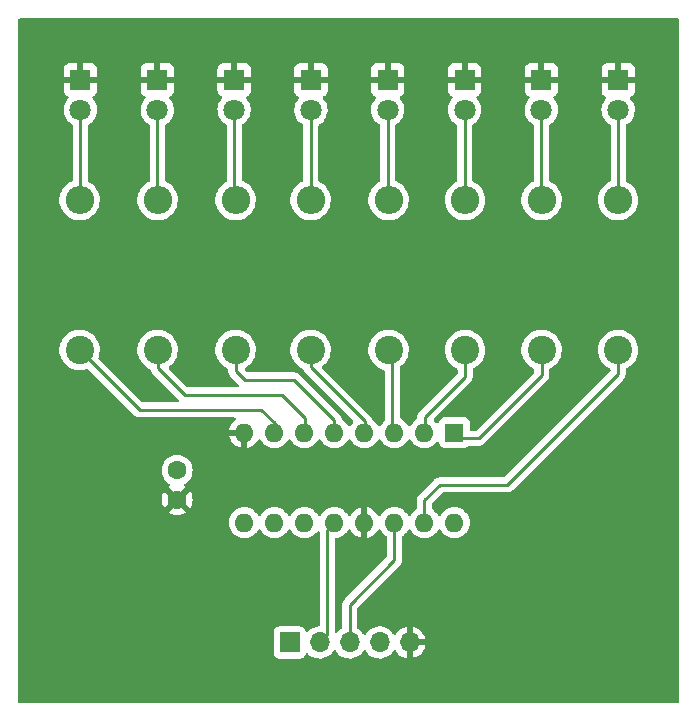
<source format=gbr>
%TF.GenerationSoftware,KiCad,Pcbnew,(6.0.4)*%
%TF.CreationDate,2022-05-01T17:36:18-07:00*%
%TF.ProjectId,Eight LEDBar,45696768-7420-44c4-9544-4261722e6b69,rev?*%
%TF.SameCoordinates,Original*%
%TF.FileFunction,Copper,L2,Bot*%
%TF.FilePolarity,Positive*%
%FSLAX46Y46*%
G04 Gerber Fmt 4.6, Leading zero omitted, Abs format (unit mm)*
G04 Created by KiCad (PCBNEW (6.0.4)) date 2022-05-01 17:36:18*
%MOMM*%
%LPD*%
G01*
G04 APERTURE LIST*
%TA.AperFunction,ComponentPad*%
%ADD10C,1.600000*%
%TD*%
%TA.AperFunction,ComponentPad*%
%ADD11R,1.800000X1.800000*%
%TD*%
%TA.AperFunction,ComponentPad*%
%ADD12C,1.800000*%
%TD*%
%TA.AperFunction,ComponentPad*%
%ADD13C,2.400000*%
%TD*%
%TA.AperFunction,ComponentPad*%
%ADD14O,2.400000X2.400000*%
%TD*%
%TA.AperFunction,ComponentPad*%
%ADD15R,1.600000X1.600000*%
%TD*%
%TA.AperFunction,ComponentPad*%
%ADD16O,1.600000X1.600000*%
%TD*%
%TA.AperFunction,ComponentPad*%
%ADD17R,1.700000X1.700000*%
%TD*%
%TA.AperFunction,ComponentPad*%
%ADD18O,1.700000X1.700000*%
%TD*%
%TA.AperFunction,Conductor*%
%ADD19C,0.250000*%
%TD*%
G04 APERTURE END LIST*
D10*
%TO.P,C1,1*%
%TO.N,Net-(C1-Pad1)*%
X121285000Y-102255000D03*
%TO.P,C1,2*%
%TO.N,GND*%
X121285000Y-104755000D03*
%TD*%
D11*
%TO.P,BLUE2,1,K*%
%TO.N,GND*%
X119610000Y-69200000D03*
D12*
%TO.P,BLUE2,2,A*%
%TO.N,Net-(BLUE2-Pad2)*%
X119610000Y-71740000D03*
%TD*%
D13*
%TO.P,R6,1*%
%TO.N,Net-(R6-Pad1)*%
X145669000Y-92075000D03*
D14*
%TO.P,R6,2*%
%TO.N,Net-(R6-Pad2)*%
X145669000Y-79375000D03*
%TD*%
D11*
%TO.P,GREEN2,1,K*%
%TO.N,GND*%
X132620000Y-69200000D03*
D12*
%TO.P,GREEN2,2,A*%
%TO.N,Net-(GREEN2-Pad2)*%
X132620000Y-71740000D03*
%TD*%
D13*
%TO.P,R5,1*%
%TO.N,Net-(R5-Pad1)*%
X139192000Y-92075000D03*
D14*
%TO.P,R5,2*%
%TO.N,Net-(R5-Pad2)*%
X139192000Y-79375000D03*
%TD*%
D13*
%TO.P,R3,1*%
%TO.N,Net-(R3-Pad1)*%
X126238000Y-92075000D03*
D14*
%TO.P,R3,2*%
%TO.N,Net-(GREEN1-Pad2)*%
X126238000Y-79375000D03*
%TD*%
D13*
%TO.P,R1,1*%
%TO.N,Net-(R1-Pad1)*%
X113030000Y-92075000D03*
D14*
%TO.P,R1,2*%
%TO.N,Net-(BLUE1-Pad2)*%
X113030000Y-79375000D03*
%TD*%
D13*
%TO.P,R7,1*%
%TO.N,Net-(R7-Pad1)*%
X152146000Y-92075000D03*
D14*
%TO.P,R7,2*%
%TO.N,Net-(R7-Pad2)*%
X152146000Y-79375000D03*
%TD*%
D15*
%TO.P,U1,1,QB*%
%TO.N,Net-(R7-Pad1)*%
X144765000Y-99070000D03*
D16*
%TO.P,U1,2,QC*%
%TO.N,Net-(R6-Pad1)*%
X142225000Y-99070000D03*
%TO.P,U1,3,QD*%
%TO.N,Net-(R5-Pad1)*%
X139685000Y-99070000D03*
%TO.P,U1,4,QE*%
%TO.N,Net-(R4-Pad1)*%
X137145000Y-99070000D03*
%TO.P,U1,5,QF*%
%TO.N,Net-(R3-Pad1)*%
X134605000Y-99070000D03*
%TO.P,U1,6,QG*%
%TO.N,Net-(R2-Pad1)*%
X132065000Y-99070000D03*
%TO.P,U1,7,QH*%
%TO.N,Net-(R1-Pad1)*%
X129525000Y-99070000D03*
%TO.P,U1,8,GND*%
%TO.N,GND*%
X126985000Y-99070000D03*
%TO.P,U1,9,QH'*%
%TO.N,unconnected-(U1-Pad9)*%
X126985000Y-106690000D03*
%TO.P,U1,10,~{SRCLR}*%
%TO.N,Net-(C1-Pad1)*%
X129525000Y-106690000D03*
%TO.P,U1,11,SRCLK*%
%TO.N,Net-(J1-Pad1)*%
X132065000Y-106690000D03*
%TO.P,U1,12,RCLK*%
%TO.N,Net-(J1-Pad2)*%
X134605000Y-106690000D03*
%TO.P,U1,13,~{OE}*%
%TO.N,GND*%
X137145000Y-106690000D03*
%TO.P,U1,14,SER*%
%TO.N,Net-(J1-Pad3)*%
X139685000Y-106690000D03*
%TO.P,U1,15,QA*%
%TO.N,Net-(R8-Pad1)*%
X142225000Y-106690000D03*
%TO.P,U1,16,VCC*%
%TO.N,Net-(C1-Pad1)*%
X144765000Y-106690000D03*
%TD*%
D11*
%TO.P,YELOW2,1,K*%
%TO.N,GND*%
X145620000Y-69200000D03*
D12*
%TO.P,YELOW2,2,A*%
%TO.N,Net-(R6-Pad2)*%
X145620000Y-71740000D03*
%TD*%
D13*
%TO.P,R4,1*%
%TO.N,Net-(R4-Pad1)*%
X132588000Y-92075000D03*
D14*
%TO.P,R4,2*%
%TO.N,Net-(GREEN2-Pad2)*%
X132588000Y-79375000D03*
%TD*%
D11*
%TO.P,RED2,1,K*%
%TO.N,GND*%
X158630000Y-69210000D03*
D12*
%TO.P,RED2,2,A*%
%TO.N,Net-(R8-Pad2)*%
X158630000Y-71750000D03*
%TD*%
D11*
%TO.P,GREEN1,1,K*%
%TO.N,GND*%
X126115000Y-69195000D03*
D12*
%TO.P,GREEN1,2,A*%
%TO.N,Net-(GREEN1-Pad2)*%
X126115000Y-71735000D03*
%TD*%
D13*
%TO.P,R8,1*%
%TO.N,Net-(R8-Pad1)*%
X158623000Y-92075000D03*
D14*
%TO.P,R8,2*%
%TO.N,Net-(R8-Pad2)*%
X158623000Y-79375000D03*
%TD*%
D13*
%TO.P,R2,1*%
%TO.N,Net-(R2-Pad1)*%
X119634000Y-92075000D03*
D14*
%TO.P,R2,2*%
%TO.N,Net-(BLUE2-Pad2)*%
X119634000Y-79375000D03*
%TD*%
D11*
%TO.P,YELOW1,1,K*%
%TO.N,GND*%
X139120000Y-69200000D03*
D12*
%TO.P,YELOW1,2,A*%
%TO.N,Net-(R5-Pad2)*%
X139120000Y-71740000D03*
%TD*%
D11*
%TO.P,RED1,1,K*%
%TO.N,GND*%
X152130000Y-69200000D03*
D12*
%TO.P,RED1,2,A*%
%TO.N,Net-(R7-Pad2)*%
X152130000Y-71740000D03*
%TD*%
D17*
%TO.P,J1,1,Pin_1*%
%TO.N,Net-(J1-Pad1)*%
X130815000Y-116840000D03*
D18*
%TO.P,J1,2,Pin_2*%
%TO.N,Net-(J1-Pad2)*%
X133355000Y-116840000D03*
%TO.P,J1,3,Pin_3*%
%TO.N,Net-(J1-Pad3)*%
X135895000Y-116840000D03*
%TO.P,J1,4,Pin_4*%
%TO.N,Net-(C1-Pad1)*%
X138435000Y-116840000D03*
%TO.P,J1,5,Pin_5*%
%TO.N,GND*%
X140975000Y-116840000D03*
%TD*%
D11*
%TO.P,BLUE1,1,K*%
%TO.N,GND*%
X113100000Y-69200000D03*
D12*
%TO.P,BLUE1,2,A*%
%TO.N,Net-(BLUE1-Pad2)*%
X113100000Y-71740000D03*
%TD*%
D19*
%TO.N,Net-(J1-Pad2)*%
X133355000Y-116840000D02*
X133985000Y-116210000D01*
X133985000Y-116210000D02*
X133985000Y-107310000D01*
X133985000Y-107310000D02*
X134605000Y-106690000D01*
%TO.N,Net-(J1-Pad3)*%
X135895000Y-116840000D02*
X135895000Y-113660000D01*
X135895000Y-113660000D02*
X139685000Y-109870000D01*
X139685000Y-109870000D02*
X139685000Y-106690000D01*
%TO.N,Net-(R1-Pad1)*%
X128425000Y-97155000D02*
X129540000Y-98270000D01*
X129540000Y-98270000D02*
X129540000Y-99568000D01*
X113030000Y-92075000D02*
X118110000Y-97155000D01*
X118110000Y-97155000D02*
X128425000Y-97155000D01*
%TO.N,Net-(R2-Pad1)*%
X121920000Y-95885000D02*
X130135000Y-95885000D01*
X130135000Y-95885000D02*
X132080000Y-97830000D01*
X132080000Y-97830000D02*
X132080000Y-99568000D01*
X119634000Y-93599000D02*
X121920000Y-95885000D01*
X119634000Y-92075000D02*
X119634000Y-93599000D01*
%TO.N,Net-(R5-Pad1)*%
X139192000Y-92075000D02*
X139490000Y-92373000D01*
X139490000Y-92373000D02*
X139490000Y-98875000D01*
X139490000Y-98875000D02*
X139685000Y-99070000D01*
%TO.N,Net-(R6-Pad1)*%
X145669000Y-94361000D02*
X145669000Y-92075000D01*
X142240000Y-97790000D02*
X145669000Y-94361000D01*
X142240000Y-99568000D02*
X142240000Y-97790000D01*
%TO.N,Net-(BLUE1-Pad2)*%
X113100000Y-71740000D02*
X113100000Y-79305000D01*
X113100000Y-79305000D02*
X113030000Y-79375000D01*
%TO.N,Net-(BLUE2-Pad2)*%
X119610000Y-71740000D02*
X119610000Y-79351000D01*
X119610000Y-79351000D02*
X119634000Y-79375000D01*
%TO.N,Net-(GREEN1-Pad2)*%
X126115000Y-79252000D02*
X126238000Y-79375000D01*
X126115000Y-71735000D02*
X126115000Y-79252000D01*
%TO.N,Net-(GREEN2-Pad2)*%
X132620000Y-79343000D02*
X132588000Y-79375000D01*
X132620000Y-71740000D02*
X132620000Y-79343000D01*
%TO.N,Net-(R3-Pad1)*%
X131185000Y-94615000D02*
X134605000Y-98035000D01*
X134605000Y-98035000D02*
X134605000Y-99070000D01*
X126238000Y-93853000D02*
X127000000Y-94615000D01*
X126238000Y-92075000D02*
X126238000Y-93853000D01*
X127000000Y-94615000D02*
X131185000Y-94615000D01*
%TO.N,Net-(R4-Pad1)*%
X132588000Y-93548000D02*
X132588000Y-92075000D01*
X137160000Y-98425000D02*
X137160000Y-98120000D01*
X137160000Y-98120000D02*
X132588000Y-93548000D01*
%TO.N,Net-(R5-Pad2)*%
X139120000Y-79303000D02*
X139192000Y-79375000D01*
X139120000Y-71740000D02*
X139120000Y-79303000D01*
%TO.N,Net-(R6-Pad2)*%
X145620000Y-71740000D02*
X145620000Y-79326000D01*
X145620000Y-79326000D02*
X145669000Y-79375000D01*
%TO.N,Net-(R7-Pad1)*%
X146812000Y-99568000D02*
X152146000Y-94234000D01*
X152146000Y-94234000D02*
X152146000Y-92075000D01*
X144780000Y-99568000D02*
X146812000Y-99568000D01*
%TO.N,Net-(R7-Pad2)*%
X152130000Y-79359000D02*
X152146000Y-79375000D01*
X152130000Y-71740000D02*
X152130000Y-79359000D01*
%TO.N,Net-(R8-Pad1)*%
X158623000Y-92075000D02*
X158623000Y-94107000D01*
X142225000Y-104790000D02*
X142225000Y-106690000D01*
X149225000Y-103505000D02*
X143510000Y-103505000D01*
X143510000Y-103505000D02*
X142225000Y-104790000D01*
X158623000Y-94107000D02*
X149225000Y-103505000D01*
%TO.N,Net-(R8-Pad2)*%
X158630000Y-71750000D02*
X158630000Y-79368000D01*
X158630000Y-79368000D02*
X158623000Y-79375000D01*
%TD*%
%TA.AperFunction,Conductor*%
%TO.N,GND*%
G36*
X163748621Y-64028502D02*
G01*
X163795114Y-64082158D01*
X163806500Y-64134500D01*
X163806500Y-121865500D01*
X163786498Y-121933621D01*
X163732842Y-121980114D01*
X163680500Y-121991500D01*
X107949500Y-121991500D01*
X107881379Y-121971498D01*
X107834886Y-121917842D01*
X107823500Y-121865500D01*
X107823500Y-106690000D01*
X125671502Y-106690000D01*
X125691457Y-106918087D01*
X125750716Y-107139243D01*
X125753039Y-107144224D01*
X125753039Y-107144225D01*
X125845151Y-107341762D01*
X125845154Y-107341767D01*
X125847477Y-107346749D01*
X125913985Y-107441732D01*
X125956839Y-107502933D01*
X125978802Y-107534300D01*
X126140700Y-107696198D01*
X126145208Y-107699355D01*
X126145211Y-107699357D01*
X126223389Y-107754098D01*
X126328251Y-107827523D01*
X126333233Y-107829846D01*
X126333238Y-107829849D01*
X126503825Y-107909394D01*
X126535757Y-107924284D01*
X126541065Y-107925706D01*
X126541067Y-107925707D01*
X126751598Y-107982119D01*
X126751600Y-107982119D01*
X126756913Y-107983543D01*
X126985000Y-108003498D01*
X127213087Y-107983543D01*
X127218400Y-107982119D01*
X127218402Y-107982119D01*
X127428933Y-107925707D01*
X127428935Y-107925706D01*
X127434243Y-107924284D01*
X127466175Y-107909394D01*
X127636762Y-107829849D01*
X127636767Y-107829846D01*
X127641749Y-107827523D01*
X127746611Y-107754098D01*
X127824789Y-107699357D01*
X127824792Y-107699355D01*
X127829300Y-107696198D01*
X127991198Y-107534300D01*
X128013162Y-107502933D01*
X128056015Y-107441732D01*
X128122523Y-107346749D01*
X128124846Y-107341767D01*
X128124849Y-107341762D01*
X128140805Y-107307543D01*
X128187722Y-107254258D01*
X128255999Y-107234797D01*
X128323959Y-107255339D01*
X128369195Y-107307543D01*
X128385151Y-107341762D01*
X128385154Y-107341767D01*
X128387477Y-107346749D01*
X128453985Y-107441732D01*
X128496839Y-107502933D01*
X128518802Y-107534300D01*
X128680700Y-107696198D01*
X128685208Y-107699355D01*
X128685211Y-107699357D01*
X128763389Y-107754098D01*
X128868251Y-107827523D01*
X128873233Y-107829846D01*
X128873238Y-107829849D01*
X129043825Y-107909394D01*
X129075757Y-107924284D01*
X129081065Y-107925706D01*
X129081067Y-107925707D01*
X129291598Y-107982119D01*
X129291600Y-107982119D01*
X129296913Y-107983543D01*
X129525000Y-108003498D01*
X129753087Y-107983543D01*
X129758400Y-107982119D01*
X129758402Y-107982119D01*
X129968933Y-107925707D01*
X129968935Y-107925706D01*
X129974243Y-107924284D01*
X130006175Y-107909394D01*
X130176762Y-107829849D01*
X130176767Y-107829846D01*
X130181749Y-107827523D01*
X130286611Y-107754098D01*
X130364789Y-107699357D01*
X130364792Y-107699355D01*
X130369300Y-107696198D01*
X130531198Y-107534300D01*
X130553162Y-107502933D01*
X130596015Y-107441732D01*
X130662523Y-107346749D01*
X130664846Y-107341767D01*
X130664849Y-107341762D01*
X130680805Y-107307543D01*
X130727722Y-107254258D01*
X130795999Y-107234797D01*
X130863959Y-107255339D01*
X130909195Y-107307543D01*
X130925151Y-107341762D01*
X130925154Y-107341767D01*
X130927477Y-107346749D01*
X130993985Y-107441732D01*
X131036839Y-107502933D01*
X131058802Y-107534300D01*
X131220700Y-107696198D01*
X131225208Y-107699355D01*
X131225211Y-107699357D01*
X131303389Y-107754098D01*
X131408251Y-107827523D01*
X131413233Y-107829846D01*
X131413238Y-107829849D01*
X131583825Y-107909394D01*
X131615757Y-107924284D01*
X131621065Y-107925706D01*
X131621067Y-107925707D01*
X131831598Y-107982119D01*
X131831600Y-107982119D01*
X131836913Y-107983543D01*
X132065000Y-108003498D01*
X132293087Y-107983543D01*
X132298400Y-107982119D01*
X132298402Y-107982119D01*
X132508933Y-107925707D01*
X132508935Y-107925706D01*
X132514243Y-107924284D01*
X132546175Y-107909394D01*
X132716762Y-107829849D01*
X132716767Y-107829846D01*
X132721749Y-107827523D01*
X132826611Y-107754098D01*
X132904789Y-107699357D01*
X132904792Y-107699355D01*
X132909300Y-107696198D01*
X133071198Y-107534300D01*
X133093162Y-107502933D01*
X133122287Y-107461338D01*
X133177745Y-107417010D01*
X133248364Y-107409701D01*
X133311724Y-107441732D01*
X133347709Y-107502933D01*
X133351500Y-107533609D01*
X133351500Y-115357964D01*
X133331498Y-115426085D01*
X133277842Y-115472578D01*
X133244559Y-115482514D01*
X133207042Y-115488255D01*
X133039091Y-115513955D01*
X132826756Y-115583357D01*
X132753757Y-115621358D01*
X132652975Y-115673822D01*
X132628607Y-115686507D01*
X132624474Y-115689610D01*
X132624471Y-115689612D01*
X132454100Y-115817530D01*
X132449965Y-115820635D01*
X132393537Y-115879684D01*
X132369283Y-115905064D01*
X132307759Y-115940494D01*
X132236846Y-115937037D01*
X132179060Y-115895791D01*
X132160207Y-115862243D01*
X132118767Y-115751703D01*
X132115615Y-115743295D01*
X132028261Y-115626739D01*
X131911705Y-115539385D01*
X131775316Y-115488255D01*
X131713134Y-115481500D01*
X129916866Y-115481500D01*
X129854684Y-115488255D01*
X129718295Y-115539385D01*
X129601739Y-115626739D01*
X129514385Y-115743295D01*
X129463255Y-115879684D01*
X129456500Y-115941866D01*
X129456500Y-117738134D01*
X129463255Y-117800316D01*
X129514385Y-117936705D01*
X129601739Y-118053261D01*
X129718295Y-118140615D01*
X129854684Y-118191745D01*
X129916866Y-118198500D01*
X131713134Y-118198500D01*
X131775316Y-118191745D01*
X131911705Y-118140615D01*
X132028261Y-118053261D01*
X132115615Y-117936705D01*
X132137799Y-117877529D01*
X132159598Y-117819382D01*
X132202240Y-117762618D01*
X132268802Y-117737918D01*
X132338150Y-117753126D01*
X132372817Y-117781114D01*
X132401250Y-117813938D01*
X132573126Y-117956632D01*
X132766000Y-118069338D01*
X132974692Y-118149030D01*
X132979760Y-118150061D01*
X132979763Y-118150062D01*
X133074862Y-118169410D01*
X133193597Y-118193567D01*
X133198772Y-118193757D01*
X133198774Y-118193757D01*
X133411673Y-118201564D01*
X133411677Y-118201564D01*
X133416837Y-118201753D01*
X133421957Y-118201097D01*
X133421959Y-118201097D01*
X133633288Y-118174025D01*
X133633289Y-118174025D01*
X133638416Y-118173368D01*
X133643366Y-118171883D01*
X133847429Y-118110661D01*
X133847434Y-118110659D01*
X133852384Y-118109174D01*
X134052994Y-118010896D01*
X134234860Y-117881173D01*
X134393096Y-117723489D01*
X134523453Y-117542077D01*
X134524776Y-117543028D01*
X134571645Y-117499857D01*
X134641580Y-117487625D01*
X134707026Y-117515144D01*
X134734875Y-117546994D01*
X134794987Y-117645088D01*
X134941250Y-117813938D01*
X135113126Y-117956632D01*
X135306000Y-118069338D01*
X135514692Y-118149030D01*
X135519760Y-118150061D01*
X135519763Y-118150062D01*
X135614862Y-118169410D01*
X135733597Y-118193567D01*
X135738772Y-118193757D01*
X135738774Y-118193757D01*
X135951673Y-118201564D01*
X135951677Y-118201564D01*
X135956837Y-118201753D01*
X135961957Y-118201097D01*
X135961959Y-118201097D01*
X136173288Y-118174025D01*
X136173289Y-118174025D01*
X136178416Y-118173368D01*
X136183366Y-118171883D01*
X136387429Y-118110661D01*
X136387434Y-118110659D01*
X136392384Y-118109174D01*
X136592994Y-118010896D01*
X136774860Y-117881173D01*
X136933096Y-117723489D01*
X137063453Y-117542077D01*
X137064776Y-117543028D01*
X137111645Y-117499857D01*
X137181580Y-117487625D01*
X137247026Y-117515144D01*
X137274875Y-117546994D01*
X137334987Y-117645088D01*
X137481250Y-117813938D01*
X137653126Y-117956632D01*
X137846000Y-118069338D01*
X138054692Y-118149030D01*
X138059760Y-118150061D01*
X138059763Y-118150062D01*
X138154862Y-118169410D01*
X138273597Y-118193567D01*
X138278772Y-118193757D01*
X138278774Y-118193757D01*
X138491673Y-118201564D01*
X138491677Y-118201564D01*
X138496837Y-118201753D01*
X138501957Y-118201097D01*
X138501959Y-118201097D01*
X138713288Y-118174025D01*
X138713289Y-118174025D01*
X138718416Y-118173368D01*
X138723366Y-118171883D01*
X138927429Y-118110661D01*
X138927434Y-118110659D01*
X138932384Y-118109174D01*
X139132994Y-118010896D01*
X139314860Y-117881173D01*
X139473096Y-117723489D01*
X139603453Y-117542077D01*
X139604640Y-117542930D01*
X139651960Y-117499362D01*
X139721897Y-117487145D01*
X139787338Y-117514678D01*
X139815166Y-117546511D01*
X139872694Y-117640388D01*
X139878777Y-117648699D01*
X140018213Y-117809667D01*
X140025580Y-117816883D01*
X140189434Y-117952916D01*
X140197881Y-117958831D01*
X140381756Y-118066279D01*
X140391042Y-118070729D01*
X140590001Y-118146703D01*
X140599899Y-118149579D01*
X140703250Y-118170606D01*
X140717299Y-118169410D01*
X140721000Y-118159065D01*
X140721000Y-118158517D01*
X141229000Y-118158517D01*
X141233064Y-118172359D01*
X141246478Y-118174393D01*
X141253184Y-118173534D01*
X141263262Y-118171392D01*
X141467255Y-118110191D01*
X141476842Y-118106433D01*
X141668095Y-118012739D01*
X141676945Y-118007464D01*
X141850328Y-117883792D01*
X141858200Y-117877139D01*
X142009052Y-117726812D01*
X142015730Y-117718965D01*
X142140003Y-117546020D01*
X142145313Y-117537183D01*
X142239670Y-117346267D01*
X142243469Y-117336672D01*
X142305377Y-117132910D01*
X142307555Y-117122837D01*
X142308986Y-117111962D01*
X142306775Y-117097778D01*
X142293617Y-117094000D01*
X141247115Y-117094000D01*
X141231876Y-117098475D01*
X141230671Y-117099865D01*
X141229000Y-117107548D01*
X141229000Y-118158517D01*
X140721000Y-118158517D01*
X140721000Y-116567885D01*
X141229000Y-116567885D01*
X141233475Y-116583124D01*
X141234865Y-116584329D01*
X141242548Y-116586000D01*
X142293344Y-116586000D01*
X142306875Y-116582027D01*
X142308180Y-116572947D01*
X142266214Y-116405875D01*
X142262894Y-116396124D01*
X142177972Y-116200814D01*
X142173105Y-116191739D01*
X142057426Y-116012926D01*
X142051136Y-116004757D01*
X141907806Y-115847240D01*
X141900273Y-115840215D01*
X141733139Y-115708222D01*
X141724552Y-115702517D01*
X141538117Y-115599599D01*
X141528705Y-115595369D01*
X141327959Y-115524280D01*
X141317988Y-115521646D01*
X141246837Y-115508972D01*
X141233540Y-115510432D01*
X141229000Y-115524989D01*
X141229000Y-116567885D01*
X140721000Y-116567885D01*
X140721000Y-115523102D01*
X140717082Y-115509758D01*
X140702806Y-115507771D01*
X140664324Y-115513660D01*
X140654288Y-115516051D01*
X140451868Y-115582212D01*
X140442359Y-115586209D01*
X140253463Y-115684542D01*
X140244738Y-115690036D01*
X140074433Y-115817905D01*
X140066726Y-115824748D01*
X139919590Y-115978717D01*
X139913109Y-115986722D01*
X139808498Y-116140074D01*
X139753587Y-116185076D01*
X139683062Y-116193247D01*
X139619315Y-116161993D01*
X139598618Y-116137509D01*
X139517822Y-116012617D01*
X139517820Y-116012614D01*
X139515014Y-116008277D01*
X139364670Y-115843051D01*
X139360619Y-115839852D01*
X139360615Y-115839848D01*
X139193414Y-115707800D01*
X139193410Y-115707798D01*
X139189359Y-115704598D01*
X139184831Y-115702098D01*
X139068988Y-115638150D01*
X138993789Y-115596638D01*
X138988920Y-115594914D01*
X138988916Y-115594912D01*
X138788087Y-115523795D01*
X138788083Y-115523794D01*
X138783212Y-115522069D01*
X138778119Y-115521162D01*
X138778116Y-115521161D01*
X138568373Y-115483800D01*
X138568367Y-115483799D01*
X138563284Y-115482894D01*
X138489452Y-115481992D01*
X138345081Y-115480228D01*
X138345079Y-115480228D01*
X138339911Y-115480165D01*
X138119091Y-115513955D01*
X137906756Y-115583357D01*
X137833757Y-115621358D01*
X137732975Y-115673822D01*
X137708607Y-115686507D01*
X137704474Y-115689610D01*
X137704471Y-115689612D01*
X137534100Y-115817530D01*
X137529965Y-115820635D01*
X137526393Y-115824373D01*
X137418729Y-115937037D01*
X137375629Y-115982138D01*
X137268201Y-116139621D01*
X137213293Y-116184621D01*
X137142768Y-116192792D01*
X137079021Y-116161538D01*
X137058324Y-116137054D01*
X136977822Y-116012617D01*
X136977820Y-116012614D01*
X136975014Y-116008277D01*
X136824670Y-115843051D01*
X136820619Y-115839852D01*
X136820615Y-115839848D01*
X136653414Y-115707800D01*
X136653410Y-115707798D01*
X136649359Y-115704598D01*
X136644835Y-115702101D01*
X136644831Y-115702098D01*
X136593608Y-115673822D01*
X136543636Y-115623390D01*
X136528500Y-115563513D01*
X136528500Y-113974594D01*
X136548502Y-113906473D01*
X136565405Y-113885499D01*
X140077247Y-110373657D01*
X140085537Y-110366113D01*
X140092018Y-110362000D01*
X140138659Y-110312332D01*
X140141413Y-110309491D01*
X140161134Y-110289770D01*
X140163612Y-110286575D01*
X140171318Y-110277553D01*
X140196158Y-110251101D01*
X140201586Y-110245321D01*
X140211346Y-110227568D01*
X140222199Y-110211045D01*
X140229753Y-110201306D01*
X140234613Y-110195041D01*
X140252176Y-110154457D01*
X140257383Y-110143827D01*
X140278695Y-110105060D01*
X140280666Y-110097383D01*
X140280668Y-110097378D01*
X140283732Y-110085442D01*
X140290138Y-110066730D01*
X140295034Y-110055417D01*
X140298181Y-110048145D01*
X140305097Y-110004481D01*
X140307504Y-109992860D01*
X140316528Y-109957711D01*
X140316528Y-109957710D01*
X140318500Y-109950030D01*
X140318500Y-109929769D01*
X140320051Y-109910058D01*
X140321979Y-109897885D01*
X140323219Y-109890057D01*
X140319059Y-109846046D01*
X140318500Y-109834189D01*
X140318500Y-107909394D01*
X140338502Y-107841273D01*
X140372229Y-107806181D01*
X140524789Y-107699357D01*
X140524792Y-107699355D01*
X140529300Y-107696198D01*
X140691198Y-107534300D01*
X140713162Y-107502933D01*
X140756015Y-107441732D01*
X140822523Y-107346749D01*
X140824846Y-107341767D01*
X140824849Y-107341762D01*
X140840805Y-107307543D01*
X140887722Y-107254258D01*
X140955999Y-107234797D01*
X141023959Y-107255339D01*
X141069195Y-107307543D01*
X141085151Y-107341762D01*
X141085154Y-107341767D01*
X141087477Y-107346749D01*
X141153985Y-107441732D01*
X141196839Y-107502933D01*
X141218802Y-107534300D01*
X141380700Y-107696198D01*
X141385208Y-107699355D01*
X141385211Y-107699357D01*
X141463389Y-107754098D01*
X141568251Y-107827523D01*
X141573233Y-107829846D01*
X141573238Y-107829849D01*
X141743825Y-107909394D01*
X141775757Y-107924284D01*
X141781065Y-107925706D01*
X141781067Y-107925707D01*
X141991598Y-107982119D01*
X141991600Y-107982119D01*
X141996913Y-107983543D01*
X142225000Y-108003498D01*
X142453087Y-107983543D01*
X142458400Y-107982119D01*
X142458402Y-107982119D01*
X142668933Y-107925707D01*
X142668935Y-107925706D01*
X142674243Y-107924284D01*
X142706175Y-107909394D01*
X142876762Y-107829849D01*
X142876767Y-107829846D01*
X142881749Y-107827523D01*
X142986611Y-107754098D01*
X143064789Y-107699357D01*
X143064792Y-107699355D01*
X143069300Y-107696198D01*
X143231198Y-107534300D01*
X143253162Y-107502933D01*
X143296015Y-107441732D01*
X143362523Y-107346749D01*
X143364846Y-107341767D01*
X143364849Y-107341762D01*
X143380805Y-107307543D01*
X143427722Y-107254258D01*
X143495999Y-107234797D01*
X143563959Y-107255339D01*
X143609195Y-107307543D01*
X143625151Y-107341762D01*
X143625154Y-107341767D01*
X143627477Y-107346749D01*
X143693985Y-107441732D01*
X143736839Y-107502933D01*
X143758802Y-107534300D01*
X143920700Y-107696198D01*
X143925208Y-107699355D01*
X143925211Y-107699357D01*
X144003389Y-107754098D01*
X144108251Y-107827523D01*
X144113233Y-107829846D01*
X144113238Y-107829849D01*
X144283825Y-107909394D01*
X144315757Y-107924284D01*
X144321065Y-107925706D01*
X144321067Y-107925707D01*
X144531598Y-107982119D01*
X144531600Y-107982119D01*
X144536913Y-107983543D01*
X144765000Y-108003498D01*
X144993087Y-107983543D01*
X144998400Y-107982119D01*
X144998402Y-107982119D01*
X145208933Y-107925707D01*
X145208935Y-107925706D01*
X145214243Y-107924284D01*
X145246175Y-107909394D01*
X145416762Y-107829849D01*
X145416767Y-107829846D01*
X145421749Y-107827523D01*
X145526611Y-107754098D01*
X145604789Y-107699357D01*
X145604792Y-107699355D01*
X145609300Y-107696198D01*
X145771198Y-107534300D01*
X145793162Y-107502933D01*
X145836015Y-107441732D01*
X145902523Y-107346749D01*
X145904846Y-107341767D01*
X145904849Y-107341762D01*
X145996961Y-107144225D01*
X145996961Y-107144224D01*
X145999284Y-107139243D01*
X146058543Y-106918087D01*
X146078498Y-106690000D01*
X146058543Y-106461913D01*
X145999284Y-106240757D01*
X145920805Y-106072457D01*
X145904849Y-106038238D01*
X145904846Y-106038233D01*
X145902523Y-106033251D01*
X145801469Y-105888931D01*
X145774357Y-105850211D01*
X145774355Y-105850208D01*
X145771198Y-105845700D01*
X145609300Y-105683802D01*
X145604792Y-105680645D01*
X145604789Y-105680643D01*
X145452228Y-105573819D01*
X145421749Y-105552477D01*
X145416767Y-105550154D01*
X145416762Y-105550151D01*
X145219225Y-105458039D01*
X145219224Y-105458039D01*
X145214243Y-105455716D01*
X145208935Y-105454294D01*
X145208933Y-105454293D01*
X144998402Y-105397881D01*
X144998400Y-105397881D01*
X144993087Y-105396457D01*
X144765000Y-105376502D01*
X144536913Y-105396457D01*
X144531600Y-105397881D01*
X144531598Y-105397881D01*
X144321067Y-105454293D01*
X144321065Y-105454294D01*
X144315757Y-105455716D01*
X144310776Y-105458039D01*
X144310775Y-105458039D01*
X144113238Y-105550151D01*
X144113233Y-105550154D01*
X144108251Y-105552477D01*
X144077772Y-105573819D01*
X143925211Y-105680643D01*
X143925208Y-105680645D01*
X143920700Y-105683802D01*
X143758802Y-105845700D01*
X143755645Y-105850208D01*
X143755643Y-105850211D01*
X143728531Y-105888931D01*
X143627477Y-106033251D01*
X143625154Y-106038233D01*
X143625151Y-106038238D01*
X143609195Y-106072457D01*
X143562278Y-106125742D01*
X143494001Y-106145203D01*
X143426041Y-106124661D01*
X143380805Y-106072457D01*
X143364849Y-106038238D01*
X143364846Y-106038233D01*
X143362523Y-106033251D01*
X143261469Y-105888931D01*
X143234357Y-105850211D01*
X143234355Y-105850208D01*
X143231198Y-105845700D01*
X143069300Y-105683802D01*
X143064792Y-105680645D01*
X143064789Y-105680643D01*
X142912229Y-105573819D01*
X142867901Y-105518362D01*
X142858500Y-105470606D01*
X142858500Y-105104594D01*
X142878502Y-105036473D01*
X142895405Y-105015499D01*
X143735499Y-104175405D01*
X143797811Y-104141379D01*
X143824594Y-104138500D01*
X149146233Y-104138500D01*
X149157416Y-104139027D01*
X149164909Y-104140702D01*
X149172835Y-104140453D01*
X149172836Y-104140453D01*
X149232986Y-104138562D01*
X149236945Y-104138500D01*
X149264856Y-104138500D01*
X149268791Y-104138003D01*
X149268856Y-104137995D01*
X149280693Y-104137062D01*
X149312951Y-104136048D01*
X149316970Y-104135922D01*
X149324889Y-104135673D01*
X149344343Y-104130021D01*
X149363700Y-104126013D01*
X149375930Y-104124468D01*
X149375931Y-104124468D01*
X149383797Y-104123474D01*
X149391168Y-104120555D01*
X149391170Y-104120555D01*
X149424912Y-104107196D01*
X149436142Y-104103351D01*
X149470983Y-104093229D01*
X149470984Y-104093229D01*
X149478593Y-104091018D01*
X149485412Y-104086985D01*
X149485417Y-104086983D01*
X149496028Y-104080707D01*
X149513776Y-104072012D01*
X149532617Y-104064552D01*
X149568387Y-104038564D01*
X149578307Y-104032048D01*
X149609535Y-104013580D01*
X149609538Y-104013578D01*
X149616362Y-104009542D01*
X149630683Y-103995221D01*
X149645717Y-103982380D01*
X149655694Y-103975131D01*
X149662107Y-103970472D01*
X149690298Y-103936395D01*
X149698288Y-103927616D01*
X159015253Y-94610652D01*
X159023539Y-94603112D01*
X159030018Y-94599000D01*
X159045158Y-94582878D01*
X159076643Y-94549349D01*
X159079398Y-94546507D01*
X159099135Y-94526770D01*
X159101615Y-94523573D01*
X159109320Y-94514551D01*
X159110761Y-94513017D01*
X159139586Y-94482321D01*
X159143405Y-94475375D01*
X159143407Y-94475372D01*
X159149348Y-94464566D01*
X159160199Y-94448047D01*
X159160559Y-94447583D01*
X159172614Y-94432041D01*
X159175759Y-94424772D01*
X159175762Y-94424768D01*
X159190174Y-94391463D01*
X159195391Y-94380813D01*
X159216695Y-94342060D01*
X159221733Y-94322437D01*
X159228137Y-94303734D01*
X159233033Y-94292420D01*
X159233033Y-94292419D01*
X159236181Y-94285145D01*
X159237420Y-94277322D01*
X159237423Y-94277312D01*
X159243099Y-94241476D01*
X159245505Y-94229856D01*
X159254528Y-94194711D01*
X159254528Y-94194710D01*
X159256500Y-94187030D01*
X159256500Y-94166776D01*
X159258051Y-94147065D01*
X159259980Y-94134886D01*
X159261220Y-94127057D01*
X159257059Y-94083038D01*
X159256500Y-94071181D01*
X159256500Y-93745425D01*
X159276502Y-93677304D01*
X159332763Y-93629657D01*
X159386691Y-93606488D01*
X159414110Y-93594708D01*
X159418090Y-93592245D01*
X159418094Y-93592243D01*
X159626064Y-93463547D01*
X159626068Y-93463544D01*
X159630047Y-93461082D01*
X159728428Y-93377797D01*
X159820289Y-93300031D01*
X159820291Y-93300029D01*
X159823862Y-93297006D01*
X159991295Y-93106084D01*
X160128669Y-92892512D01*
X160232967Y-92660980D01*
X160301896Y-92416575D01*
X160333943Y-92164667D01*
X160336291Y-92075000D01*
X160317472Y-91821759D01*
X160261428Y-91574082D01*
X160169391Y-91337409D01*
X160148866Y-91301498D01*
X160045702Y-91120997D01*
X160045700Y-91120995D01*
X160043383Y-91116940D01*
X159886171Y-90917517D01*
X159701209Y-90743523D01*
X159657483Y-90713189D01*
X159496393Y-90601437D01*
X159496390Y-90601435D01*
X159492561Y-90598779D01*
X159488384Y-90596719D01*
X159488377Y-90596715D01*
X159268996Y-90488528D01*
X159268992Y-90488527D01*
X159264810Y-90486464D01*
X159022960Y-90409047D01*
X159018355Y-90408297D01*
X158776935Y-90368980D01*
X158776934Y-90368980D01*
X158772323Y-90368229D01*
X158645365Y-90366567D01*
X158523083Y-90364966D01*
X158523080Y-90364966D01*
X158518406Y-90364905D01*
X158266787Y-90399149D01*
X158022993Y-90470208D01*
X157792380Y-90576522D01*
X157788471Y-90579085D01*
X157583928Y-90713189D01*
X157583923Y-90713193D01*
X157580015Y-90715755D01*
X157390562Y-90884848D01*
X157228183Y-91080087D01*
X157096447Y-91297182D01*
X156998246Y-91531365D01*
X156935738Y-91777490D01*
X156910296Y-92030151D01*
X156922480Y-92283798D01*
X156972021Y-92532857D01*
X156973600Y-92537255D01*
X156973602Y-92537262D01*
X157018022Y-92660980D01*
X157057831Y-92771858D01*
X157178025Y-92995551D01*
X157180820Y-92999294D01*
X157180822Y-92999297D01*
X157327171Y-93195282D01*
X157327176Y-93195288D01*
X157329963Y-93199020D01*
X157333272Y-93202300D01*
X157333277Y-93202306D01*
X157431859Y-93300031D01*
X157510307Y-93377797D01*
X157514069Y-93380555D01*
X157514072Y-93380558D01*
X157697932Y-93515369D01*
X157715094Y-93527953D01*
X157719231Y-93530129D01*
X157719238Y-93530134D01*
X157922167Y-93636900D01*
X157973140Y-93686319D01*
X157989500Y-93748408D01*
X157989500Y-93792406D01*
X157969498Y-93860527D01*
X157952595Y-93881501D01*
X148999500Y-102834595D01*
X148937188Y-102868621D01*
X148910405Y-102871500D01*
X143588763Y-102871500D01*
X143577579Y-102870973D01*
X143570091Y-102869299D01*
X143562168Y-102869548D01*
X143502033Y-102871438D01*
X143498075Y-102871500D01*
X143470144Y-102871500D01*
X143466229Y-102871995D01*
X143466225Y-102871995D01*
X143466167Y-102872003D01*
X143466138Y-102872006D01*
X143454296Y-102872939D01*
X143410110Y-102874327D01*
X143392744Y-102879372D01*
X143390658Y-102879978D01*
X143371306Y-102883986D01*
X143359068Y-102885532D01*
X143359066Y-102885533D01*
X143351203Y-102886526D01*
X143310086Y-102902806D01*
X143298885Y-102906641D01*
X143256406Y-102918982D01*
X143249587Y-102923015D01*
X143249582Y-102923017D01*
X143238971Y-102929293D01*
X143221221Y-102937990D01*
X143202383Y-102945448D01*
X143195967Y-102950109D01*
X143195966Y-102950110D01*
X143166625Y-102971428D01*
X143156701Y-102977947D01*
X143125460Y-102996422D01*
X143125455Y-102996426D01*
X143118637Y-103000458D01*
X143104313Y-103014782D01*
X143089281Y-103027621D01*
X143072893Y-103039528D01*
X143044712Y-103073593D01*
X143036722Y-103082373D01*
X141832747Y-104286348D01*
X141824461Y-104293888D01*
X141817982Y-104298000D01*
X141812557Y-104303777D01*
X141771357Y-104347651D01*
X141768602Y-104350493D01*
X141748865Y-104370230D01*
X141746385Y-104373427D01*
X141738682Y-104382447D01*
X141708414Y-104414679D01*
X141704595Y-104421625D01*
X141704593Y-104421628D01*
X141698652Y-104432434D01*
X141687801Y-104448953D01*
X141675386Y-104464959D01*
X141672241Y-104472228D01*
X141672238Y-104472232D01*
X141657826Y-104505537D01*
X141652609Y-104516187D01*
X141631305Y-104554940D01*
X141629334Y-104562615D01*
X141629334Y-104562616D01*
X141626267Y-104574562D01*
X141619863Y-104593266D01*
X141611819Y-104611855D01*
X141610580Y-104619678D01*
X141610577Y-104619688D01*
X141604901Y-104655524D01*
X141602495Y-104667144D01*
X141591500Y-104709970D01*
X141591500Y-104730224D01*
X141589949Y-104749934D01*
X141586780Y-104769943D01*
X141587526Y-104777835D01*
X141590941Y-104813961D01*
X141591500Y-104825819D01*
X141591500Y-105470606D01*
X141571498Y-105538727D01*
X141537771Y-105573819D01*
X141385211Y-105680643D01*
X141385208Y-105680645D01*
X141380700Y-105683802D01*
X141218802Y-105845700D01*
X141215645Y-105850208D01*
X141215643Y-105850211D01*
X141188531Y-105888931D01*
X141087477Y-106033251D01*
X141085154Y-106038233D01*
X141085151Y-106038238D01*
X141069195Y-106072457D01*
X141022278Y-106125742D01*
X140954001Y-106145203D01*
X140886041Y-106124661D01*
X140840805Y-106072457D01*
X140824849Y-106038238D01*
X140824846Y-106038233D01*
X140822523Y-106033251D01*
X140721469Y-105888931D01*
X140694357Y-105850211D01*
X140694355Y-105850208D01*
X140691198Y-105845700D01*
X140529300Y-105683802D01*
X140524792Y-105680645D01*
X140524789Y-105680643D01*
X140372228Y-105573819D01*
X140341749Y-105552477D01*
X140336767Y-105550154D01*
X140336762Y-105550151D01*
X140139225Y-105458039D01*
X140139224Y-105458039D01*
X140134243Y-105455716D01*
X140128935Y-105454294D01*
X140128933Y-105454293D01*
X139918402Y-105397881D01*
X139918400Y-105397881D01*
X139913087Y-105396457D01*
X139685000Y-105376502D01*
X139456913Y-105396457D01*
X139451600Y-105397881D01*
X139451598Y-105397881D01*
X139241067Y-105454293D01*
X139241065Y-105454294D01*
X139235757Y-105455716D01*
X139230776Y-105458039D01*
X139230775Y-105458039D01*
X139033238Y-105550151D01*
X139033233Y-105550154D01*
X139028251Y-105552477D01*
X138997772Y-105573819D01*
X138845211Y-105680643D01*
X138845208Y-105680645D01*
X138840700Y-105683802D01*
X138678802Y-105845700D01*
X138675645Y-105850208D01*
X138675643Y-105850211D01*
X138648531Y-105888931D01*
X138547477Y-106033251D01*
X138545154Y-106038233D01*
X138545151Y-106038238D01*
X138528919Y-106073049D01*
X138482002Y-106126334D01*
X138413725Y-106145795D01*
X138345765Y-106125253D01*
X138300529Y-106073049D01*
X138284414Y-106038489D01*
X138278931Y-106028993D01*
X138153972Y-105850533D01*
X138146916Y-105842125D01*
X137992875Y-105688084D01*
X137984467Y-105681028D01*
X137806007Y-105556069D01*
X137796511Y-105550586D01*
X137599053Y-105458510D01*
X137588761Y-105454764D01*
X137416497Y-105408606D01*
X137402401Y-105408942D01*
X137399000Y-105416884D01*
X137399000Y-107957967D01*
X137402973Y-107971498D01*
X137411522Y-107972727D01*
X137588761Y-107925236D01*
X137599053Y-107921490D01*
X137796511Y-107829414D01*
X137806007Y-107823931D01*
X137984467Y-107698972D01*
X137992875Y-107691916D01*
X138146916Y-107537875D01*
X138153972Y-107529467D01*
X138278931Y-107351007D01*
X138284414Y-107341511D01*
X138300529Y-107306951D01*
X138347446Y-107253666D01*
X138415723Y-107234205D01*
X138483683Y-107254747D01*
X138528919Y-107306951D01*
X138545151Y-107341762D01*
X138545154Y-107341767D01*
X138547477Y-107346749D01*
X138613985Y-107441732D01*
X138656839Y-107502933D01*
X138678802Y-107534300D01*
X138840700Y-107696198D01*
X138845208Y-107699355D01*
X138845211Y-107699357D01*
X138997771Y-107806181D01*
X139042099Y-107861638D01*
X139051500Y-107909394D01*
X139051500Y-109555405D01*
X139031498Y-109623526D01*
X139014595Y-109644500D01*
X135502747Y-113156348D01*
X135494461Y-113163888D01*
X135487982Y-113168000D01*
X135482557Y-113173777D01*
X135441357Y-113217651D01*
X135438602Y-113220493D01*
X135418865Y-113240230D01*
X135416385Y-113243427D01*
X135408682Y-113252447D01*
X135378414Y-113284679D01*
X135374595Y-113291625D01*
X135374593Y-113291628D01*
X135368652Y-113302434D01*
X135357801Y-113318953D01*
X135345386Y-113334959D01*
X135342241Y-113342228D01*
X135342238Y-113342232D01*
X135327826Y-113375537D01*
X135322609Y-113386187D01*
X135301305Y-113424940D01*
X135299334Y-113432615D01*
X135299334Y-113432616D01*
X135296267Y-113444562D01*
X135289863Y-113463266D01*
X135281819Y-113481855D01*
X135280580Y-113489678D01*
X135280577Y-113489688D01*
X135274901Y-113525524D01*
X135272495Y-113537144D01*
X135261500Y-113579970D01*
X135261500Y-113600224D01*
X135259949Y-113619934D01*
X135256780Y-113639943D01*
X135257526Y-113647835D01*
X135260941Y-113683961D01*
X135261500Y-113695819D01*
X135261500Y-115561692D01*
X135241498Y-115629813D01*
X135193683Y-115673453D01*
X135168607Y-115686507D01*
X135164474Y-115689610D01*
X135164471Y-115689612D01*
X134994100Y-115817530D01*
X134989965Y-115820635D01*
X134835629Y-115982138D01*
X134833840Y-115980428D01*
X134783705Y-116014875D01*
X134712742Y-116017062D01*
X134651862Y-115980536D01*
X134620394Y-115916895D01*
X134618500Y-115895130D01*
X134618500Y-108117775D01*
X134638502Y-108049654D01*
X134692158Y-108003161D01*
X134733518Y-107992254D01*
X134750456Y-107990772D01*
X134827606Y-107984023D01*
X134827611Y-107984022D01*
X134833087Y-107983543D01*
X134838400Y-107982119D01*
X134838402Y-107982119D01*
X135048933Y-107925707D01*
X135048935Y-107925706D01*
X135054243Y-107924284D01*
X135086175Y-107909394D01*
X135256762Y-107829849D01*
X135256767Y-107829846D01*
X135261749Y-107827523D01*
X135366611Y-107754098D01*
X135444789Y-107699357D01*
X135444792Y-107699355D01*
X135449300Y-107696198D01*
X135611198Y-107534300D01*
X135633162Y-107502933D01*
X135676015Y-107441732D01*
X135742523Y-107346749D01*
X135744846Y-107341767D01*
X135744849Y-107341762D01*
X135761081Y-107306951D01*
X135807998Y-107253666D01*
X135876275Y-107234205D01*
X135944235Y-107254747D01*
X135989471Y-107306951D01*
X136005586Y-107341511D01*
X136011069Y-107351007D01*
X136136028Y-107529467D01*
X136143084Y-107537875D01*
X136297125Y-107691916D01*
X136305533Y-107698972D01*
X136483993Y-107823931D01*
X136493489Y-107829414D01*
X136690947Y-107921490D01*
X136701239Y-107925236D01*
X136873503Y-107971394D01*
X136887599Y-107971058D01*
X136891000Y-107963116D01*
X136891000Y-105422033D01*
X136887027Y-105408502D01*
X136878478Y-105407273D01*
X136701239Y-105454764D01*
X136690947Y-105458510D01*
X136493489Y-105550586D01*
X136483993Y-105556069D01*
X136305533Y-105681028D01*
X136297125Y-105688084D01*
X136143084Y-105842125D01*
X136136028Y-105850533D01*
X136011069Y-106028993D01*
X136005586Y-106038489D01*
X135989471Y-106073049D01*
X135942554Y-106126334D01*
X135874277Y-106145795D01*
X135806317Y-106125253D01*
X135761081Y-106073049D01*
X135744849Y-106038238D01*
X135744846Y-106038233D01*
X135742523Y-106033251D01*
X135641469Y-105888931D01*
X135614357Y-105850211D01*
X135614355Y-105850208D01*
X135611198Y-105845700D01*
X135449300Y-105683802D01*
X135444792Y-105680645D01*
X135444789Y-105680643D01*
X135292228Y-105573819D01*
X135261749Y-105552477D01*
X135256767Y-105550154D01*
X135256762Y-105550151D01*
X135059225Y-105458039D01*
X135059224Y-105458039D01*
X135054243Y-105455716D01*
X135048935Y-105454294D01*
X135048933Y-105454293D01*
X134838402Y-105397881D01*
X134838400Y-105397881D01*
X134833087Y-105396457D01*
X134605000Y-105376502D01*
X134376913Y-105396457D01*
X134371600Y-105397881D01*
X134371598Y-105397881D01*
X134161067Y-105454293D01*
X134161065Y-105454294D01*
X134155757Y-105455716D01*
X134150776Y-105458039D01*
X134150775Y-105458039D01*
X133953238Y-105550151D01*
X133953233Y-105550154D01*
X133948251Y-105552477D01*
X133917772Y-105573819D01*
X133765211Y-105680643D01*
X133765208Y-105680645D01*
X133760700Y-105683802D01*
X133598802Y-105845700D01*
X133595645Y-105850208D01*
X133595643Y-105850211D01*
X133568531Y-105888931D01*
X133467477Y-106033251D01*
X133465154Y-106038233D01*
X133465151Y-106038238D01*
X133449195Y-106072457D01*
X133402278Y-106125742D01*
X133334001Y-106145203D01*
X133266041Y-106124661D01*
X133220805Y-106072457D01*
X133204849Y-106038238D01*
X133204846Y-106038233D01*
X133202523Y-106033251D01*
X133101469Y-105888931D01*
X133074357Y-105850211D01*
X133074355Y-105850208D01*
X133071198Y-105845700D01*
X132909300Y-105683802D01*
X132904792Y-105680645D01*
X132904789Y-105680643D01*
X132752228Y-105573819D01*
X132721749Y-105552477D01*
X132716767Y-105550154D01*
X132716762Y-105550151D01*
X132519225Y-105458039D01*
X132519224Y-105458039D01*
X132514243Y-105455716D01*
X132508935Y-105454294D01*
X132508933Y-105454293D01*
X132298402Y-105397881D01*
X132298400Y-105397881D01*
X132293087Y-105396457D01*
X132065000Y-105376502D01*
X131836913Y-105396457D01*
X131831600Y-105397881D01*
X131831598Y-105397881D01*
X131621067Y-105454293D01*
X131621065Y-105454294D01*
X131615757Y-105455716D01*
X131610776Y-105458039D01*
X131610775Y-105458039D01*
X131413238Y-105550151D01*
X131413233Y-105550154D01*
X131408251Y-105552477D01*
X131377772Y-105573819D01*
X131225211Y-105680643D01*
X131225208Y-105680645D01*
X131220700Y-105683802D01*
X131058802Y-105845700D01*
X131055645Y-105850208D01*
X131055643Y-105850211D01*
X131028531Y-105888931D01*
X130927477Y-106033251D01*
X130925154Y-106038233D01*
X130925151Y-106038238D01*
X130909195Y-106072457D01*
X130862278Y-106125742D01*
X130794001Y-106145203D01*
X130726041Y-106124661D01*
X130680805Y-106072457D01*
X130664849Y-106038238D01*
X130664846Y-106038233D01*
X130662523Y-106033251D01*
X130561469Y-105888931D01*
X130534357Y-105850211D01*
X130534355Y-105850208D01*
X130531198Y-105845700D01*
X130369300Y-105683802D01*
X130364792Y-105680645D01*
X130364789Y-105680643D01*
X130212228Y-105573819D01*
X130181749Y-105552477D01*
X130176767Y-105550154D01*
X130176762Y-105550151D01*
X129979225Y-105458039D01*
X129979224Y-105458039D01*
X129974243Y-105455716D01*
X129968935Y-105454294D01*
X129968933Y-105454293D01*
X129758402Y-105397881D01*
X129758400Y-105397881D01*
X129753087Y-105396457D01*
X129525000Y-105376502D01*
X129296913Y-105396457D01*
X129291600Y-105397881D01*
X129291598Y-105397881D01*
X129081067Y-105454293D01*
X129081065Y-105454294D01*
X129075757Y-105455716D01*
X129070776Y-105458039D01*
X129070775Y-105458039D01*
X128873238Y-105550151D01*
X128873233Y-105550154D01*
X128868251Y-105552477D01*
X128837772Y-105573819D01*
X128685211Y-105680643D01*
X128685208Y-105680645D01*
X128680700Y-105683802D01*
X128518802Y-105845700D01*
X128515645Y-105850208D01*
X128515643Y-105850211D01*
X128488531Y-105888931D01*
X128387477Y-106033251D01*
X128385154Y-106038233D01*
X128385151Y-106038238D01*
X128369195Y-106072457D01*
X128322278Y-106125742D01*
X128254001Y-106145203D01*
X128186041Y-106124661D01*
X128140805Y-106072457D01*
X128124849Y-106038238D01*
X128124846Y-106038233D01*
X128122523Y-106033251D01*
X128021469Y-105888931D01*
X127994357Y-105850211D01*
X127994355Y-105850208D01*
X127991198Y-105845700D01*
X127829300Y-105683802D01*
X127824792Y-105680645D01*
X127824789Y-105680643D01*
X127672228Y-105573819D01*
X127641749Y-105552477D01*
X127636767Y-105550154D01*
X127636762Y-105550151D01*
X127439225Y-105458039D01*
X127439224Y-105458039D01*
X127434243Y-105455716D01*
X127428935Y-105454294D01*
X127428933Y-105454293D01*
X127218402Y-105397881D01*
X127218400Y-105397881D01*
X127213087Y-105396457D01*
X126985000Y-105376502D01*
X126756913Y-105396457D01*
X126751600Y-105397881D01*
X126751598Y-105397881D01*
X126541067Y-105454293D01*
X126541065Y-105454294D01*
X126535757Y-105455716D01*
X126530776Y-105458039D01*
X126530775Y-105458039D01*
X126333238Y-105550151D01*
X126333233Y-105550154D01*
X126328251Y-105552477D01*
X126297772Y-105573819D01*
X126145211Y-105680643D01*
X126145208Y-105680645D01*
X126140700Y-105683802D01*
X125978802Y-105845700D01*
X125975645Y-105850208D01*
X125975643Y-105850211D01*
X125948531Y-105888931D01*
X125847477Y-106033251D01*
X125845154Y-106038233D01*
X125845151Y-106038238D01*
X125829195Y-106072457D01*
X125750716Y-106240757D01*
X125691457Y-106461913D01*
X125671502Y-106690000D01*
X107823500Y-106690000D01*
X107823500Y-105841062D01*
X120563493Y-105841062D01*
X120572789Y-105853077D01*
X120623994Y-105888931D01*
X120633489Y-105894414D01*
X120830947Y-105986490D01*
X120841239Y-105990236D01*
X121051688Y-106046625D01*
X121062481Y-106048528D01*
X121279525Y-106067517D01*
X121290475Y-106067517D01*
X121507519Y-106048528D01*
X121518312Y-106046625D01*
X121728761Y-105990236D01*
X121739053Y-105986490D01*
X121936511Y-105894414D01*
X121946006Y-105888931D01*
X121998048Y-105852491D01*
X122006424Y-105842012D01*
X121999356Y-105828566D01*
X121297812Y-105127022D01*
X121283868Y-105119408D01*
X121282035Y-105119539D01*
X121275420Y-105123790D01*
X120569923Y-105829287D01*
X120563493Y-105841062D01*
X107823500Y-105841062D01*
X107823500Y-104760475D01*
X119972483Y-104760475D01*
X119991472Y-104977519D01*
X119993375Y-104988312D01*
X120049764Y-105198761D01*
X120053510Y-105209053D01*
X120145586Y-105406511D01*
X120151069Y-105416006D01*
X120187509Y-105468048D01*
X120197988Y-105476424D01*
X120211434Y-105469356D01*
X120912978Y-104767812D01*
X120919356Y-104756132D01*
X121649408Y-104756132D01*
X121649539Y-104757965D01*
X121653790Y-104764580D01*
X122359287Y-105470077D01*
X122371062Y-105476507D01*
X122383077Y-105467211D01*
X122418931Y-105416006D01*
X122424414Y-105406511D01*
X122516490Y-105209053D01*
X122520236Y-105198761D01*
X122576625Y-104988312D01*
X122578528Y-104977519D01*
X122597517Y-104760475D01*
X122597517Y-104749525D01*
X122578528Y-104532481D01*
X122576625Y-104521688D01*
X122520236Y-104311239D01*
X122516490Y-104300947D01*
X122424414Y-104103489D01*
X122418931Y-104093994D01*
X122382491Y-104041952D01*
X122372012Y-104033576D01*
X122358566Y-104040644D01*
X121657022Y-104742188D01*
X121649408Y-104756132D01*
X120919356Y-104756132D01*
X120920592Y-104753868D01*
X120920461Y-104752035D01*
X120916210Y-104745420D01*
X120210713Y-104039923D01*
X120198938Y-104033493D01*
X120186923Y-104042789D01*
X120151069Y-104093994D01*
X120145586Y-104103489D01*
X120053510Y-104300947D01*
X120049764Y-104311239D01*
X119993375Y-104521688D01*
X119991472Y-104532481D01*
X119972483Y-104749525D01*
X119972483Y-104760475D01*
X107823500Y-104760475D01*
X107823500Y-102255000D01*
X119971502Y-102255000D01*
X119991457Y-102483087D01*
X120050716Y-102704243D01*
X120053039Y-102709224D01*
X120053039Y-102709225D01*
X120145151Y-102906762D01*
X120145154Y-102906767D01*
X120147477Y-102911749D01*
X120206766Y-102996422D01*
X120266950Y-103082373D01*
X120278802Y-103099300D01*
X120440700Y-103261198D01*
X120445208Y-103264355D01*
X120445211Y-103264357D01*
X120548876Y-103336944D01*
X120628251Y-103392523D01*
X120633235Y-103394847D01*
X120635528Y-103396171D01*
X120684521Y-103447553D01*
X120697957Y-103517267D01*
X120671571Y-103583178D01*
X120635528Y-103614409D01*
X120623998Y-103621066D01*
X120571952Y-103657509D01*
X120563576Y-103667988D01*
X120570644Y-103681434D01*
X121272188Y-104382978D01*
X121286132Y-104390592D01*
X121287965Y-104390461D01*
X121294580Y-104386210D01*
X122000077Y-103680713D01*
X122006507Y-103668938D01*
X121997211Y-103656923D01*
X121946002Y-103621066D01*
X121934472Y-103614409D01*
X121885479Y-103563027D01*
X121872042Y-103493313D01*
X121898429Y-103427402D01*
X121934472Y-103396171D01*
X121936765Y-103394847D01*
X121941749Y-103392523D01*
X122021124Y-103336944D01*
X122124789Y-103264357D01*
X122124792Y-103264355D01*
X122129300Y-103261198D01*
X122291198Y-103099300D01*
X122303051Y-103082373D01*
X122363234Y-102996422D01*
X122422523Y-102911749D01*
X122424846Y-102906767D01*
X122424849Y-102906762D01*
X122516961Y-102709225D01*
X122516961Y-102709224D01*
X122519284Y-102704243D01*
X122578543Y-102483087D01*
X122598498Y-102255000D01*
X122578543Y-102026913D01*
X122519284Y-101805757D01*
X122516961Y-101800775D01*
X122424849Y-101603238D01*
X122424846Y-101603233D01*
X122422523Y-101598251D01*
X122291198Y-101410700D01*
X122129300Y-101248802D01*
X122124792Y-101245645D01*
X122124789Y-101245643D01*
X122046611Y-101190902D01*
X121941749Y-101117477D01*
X121936767Y-101115154D01*
X121936762Y-101115151D01*
X121739225Y-101023039D01*
X121739224Y-101023039D01*
X121734243Y-101020716D01*
X121728935Y-101019294D01*
X121728933Y-101019293D01*
X121518402Y-100962881D01*
X121518400Y-100962881D01*
X121513087Y-100961457D01*
X121285000Y-100941502D01*
X121056913Y-100961457D01*
X121051600Y-100962881D01*
X121051598Y-100962881D01*
X120841067Y-101019293D01*
X120841065Y-101019294D01*
X120835757Y-101020716D01*
X120830776Y-101023039D01*
X120830775Y-101023039D01*
X120633238Y-101115151D01*
X120633233Y-101115154D01*
X120628251Y-101117477D01*
X120523389Y-101190902D01*
X120445211Y-101245643D01*
X120445208Y-101245645D01*
X120440700Y-101248802D01*
X120278802Y-101410700D01*
X120147477Y-101598251D01*
X120145154Y-101603233D01*
X120145151Y-101603238D01*
X120053039Y-101800775D01*
X120050716Y-101805757D01*
X119991457Y-102026913D01*
X119971502Y-102255000D01*
X107823500Y-102255000D01*
X107823500Y-99336522D01*
X125702273Y-99336522D01*
X125749764Y-99513761D01*
X125753510Y-99524053D01*
X125845586Y-99721511D01*
X125851069Y-99731007D01*
X125976028Y-99909467D01*
X125983084Y-99917875D01*
X126137125Y-100071916D01*
X126145533Y-100078972D01*
X126323993Y-100203931D01*
X126333489Y-100209414D01*
X126530947Y-100301490D01*
X126541239Y-100305236D01*
X126713503Y-100351394D01*
X126727599Y-100351058D01*
X126731000Y-100343116D01*
X126731000Y-99342115D01*
X126726525Y-99326876D01*
X126725135Y-99325671D01*
X126717452Y-99324000D01*
X125717033Y-99324000D01*
X125703502Y-99327973D01*
X125702273Y-99336522D01*
X107823500Y-99336522D01*
X107823500Y-92030151D01*
X111317296Y-92030151D01*
X111329480Y-92283798D01*
X111379021Y-92532857D01*
X111380600Y-92537255D01*
X111380602Y-92537262D01*
X111425022Y-92660980D01*
X111464831Y-92771858D01*
X111585025Y-92995551D01*
X111587820Y-92999294D01*
X111587822Y-92999297D01*
X111734171Y-93195282D01*
X111734176Y-93195288D01*
X111736963Y-93199020D01*
X111740272Y-93202300D01*
X111740277Y-93202306D01*
X111838859Y-93300031D01*
X111917307Y-93377797D01*
X111921069Y-93380555D01*
X111921072Y-93380558D01*
X112104932Y-93515369D01*
X112122094Y-93527953D01*
X112126229Y-93530129D01*
X112126233Y-93530131D01*
X112201360Y-93569657D01*
X112346827Y-93646191D01*
X112415524Y-93670181D01*
X112580695Y-93727861D01*
X112586568Y-93729912D01*
X112836050Y-93777278D01*
X112956532Y-93782011D01*
X113085125Y-93787064D01*
X113085130Y-93787064D01*
X113089793Y-93787247D01*
X113188774Y-93776407D01*
X113337569Y-93760112D01*
X113337575Y-93760111D01*
X113342222Y-93759602D01*
X113384740Y-93748408D01*
X113583273Y-93696138D01*
X113587793Y-93694948D01*
X113592092Y-93693101D01*
X113592095Y-93693100D01*
X113625630Y-93678693D01*
X113696114Y-93670181D01*
X113764461Y-93705366D01*
X117606348Y-97547253D01*
X117613888Y-97555539D01*
X117618000Y-97562018D01*
X117623777Y-97567443D01*
X117667651Y-97608643D01*
X117670493Y-97611398D01*
X117690230Y-97631135D01*
X117693427Y-97633615D01*
X117702447Y-97641318D01*
X117734679Y-97671586D01*
X117741625Y-97675405D01*
X117741628Y-97675407D01*
X117752434Y-97681348D01*
X117768953Y-97692199D01*
X117784959Y-97704614D01*
X117792228Y-97707759D01*
X117792232Y-97707762D01*
X117825537Y-97722174D01*
X117836187Y-97727391D01*
X117874940Y-97748695D01*
X117882615Y-97750666D01*
X117882616Y-97750666D01*
X117894562Y-97753733D01*
X117913266Y-97760137D01*
X117917269Y-97761869D01*
X117931855Y-97768181D01*
X117939678Y-97769420D01*
X117939688Y-97769423D01*
X117975524Y-97775099D01*
X117987144Y-97777505D01*
X118020782Y-97786141D01*
X118029970Y-97788500D01*
X118050224Y-97788500D01*
X118069934Y-97790051D01*
X118089943Y-97793220D01*
X118097835Y-97792474D01*
X118133961Y-97789059D01*
X118145819Y-97788500D01*
X126135123Y-97788500D01*
X126203244Y-97808502D01*
X126249737Y-97862158D01*
X126259841Y-97932432D01*
X126230347Y-97997012D01*
X126207393Y-98017713D01*
X126145538Y-98061024D01*
X126137125Y-98068084D01*
X125983084Y-98222125D01*
X125976028Y-98230533D01*
X125851069Y-98408993D01*
X125845586Y-98418489D01*
X125753510Y-98615947D01*
X125749764Y-98626239D01*
X125703606Y-98798503D01*
X125703942Y-98812599D01*
X125711884Y-98816000D01*
X127113000Y-98816000D01*
X127181121Y-98836002D01*
X127227614Y-98889658D01*
X127239000Y-98942000D01*
X127239000Y-100337967D01*
X127242973Y-100351498D01*
X127251522Y-100352727D01*
X127428761Y-100305236D01*
X127439053Y-100301490D01*
X127636511Y-100209414D01*
X127646007Y-100203931D01*
X127824467Y-100078972D01*
X127832875Y-100071916D01*
X127986916Y-99917875D01*
X127993972Y-99909467D01*
X128118931Y-99731007D01*
X128124414Y-99721511D01*
X128140529Y-99686951D01*
X128187446Y-99633666D01*
X128255723Y-99614205D01*
X128323683Y-99634747D01*
X128368919Y-99686951D01*
X128385151Y-99721762D01*
X128385154Y-99721767D01*
X128387477Y-99726749D01*
X128518802Y-99914300D01*
X128680700Y-100076198D01*
X128685208Y-100079355D01*
X128685211Y-100079357D01*
X128716926Y-100101564D01*
X128868251Y-100207523D01*
X128873233Y-100209846D01*
X128873238Y-100209849D01*
X129069765Y-100301490D01*
X129075757Y-100304284D01*
X129081065Y-100305706D01*
X129081067Y-100305707D01*
X129291598Y-100362119D01*
X129291600Y-100362119D01*
X129296913Y-100363543D01*
X129525000Y-100383498D01*
X129753087Y-100363543D01*
X129758400Y-100362119D01*
X129758402Y-100362119D01*
X129968933Y-100305707D01*
X129968935Y-100305706D01*
X129974243Y-100304284D01*
X129980235Y-100301490D01*
X130176762Y-100209849D01*
X130176767Y-100209846D01*
X130181749Y-100207523D01*
X130333074Y-100101564D01*
X130364789Y-100079357D01*
X130364792Y-100079355D01*
X130369300Y-100076198D01*
X130531198Y-99914300D01*
X130662523Y-99726749D01*
X130664846Y-99721767D01*
X130664849Y-99721762D01*
X130680805Y-99687543D01*
X130727722Y-99634258D01*
X130795999Y-99614797D01*
X130863959Y-99635339D01*
X130909195Y-99687543D01*
X130925151Y-99721762D01*
X130925154Y-99721767D01*
X130927477Y-99726749D01*
X131058802Y-99914300D01*
X131220700Y-100076198D01*
X131225208Y-100079355D01*
X131225211Y-100079357D01*
X131256926Y-100101564D01*
X131408251Y-100207523D01*
X131413233Y-100209846D01*
X131413238Y-100209849D01*
X131609765Y-100301490D01*
X131615757Y-100304284D01*
X131621065Y-100305706D01*
X131621067Y-100305707D01*
X131831598Y-100362119D01*
X131831600Y-100362119D01*
X131836913Y-100363543D01*
X132065000Y-100383498D01*
X132293087Y-100363543D01*
X132298400Y-100362119D01*
X132298402Y-100362119D01*
X132508933Y-100305707D01*
X132508935Y-100305706D01*
X132514243Y-100304284D01*
X132520235Y-100301490D01*
X132716762Y-100209849D01*
X132716767Y-100209846D01*
X132721749Y-100207523D01*
X132873074Y-100101564D01*
X132904789Y-100079357D01*
X132904792Y-100079355D01*
X132909300Y-100076198D01*
X133071198Y-99914300D01*
X133202523Y-99726749D01*
X133204846Y-99721767D01*
X133204849Y-99721762D01*
X133220805Y-99687543D01*
X133267722Y-99634258D01*
X133335999Y-99614797D01*
X133403959Y-99635339D01*
X133449195Y-99687543D01*
X133465151Y-99721762D01*
X133465154Y-99721767D01*
X133467477Y-99726749D01*
X133598802Y-99914300D01*
X133760700Y-100076198D01*
X133765208Y-100079355D01*
X133765211Y-100079357D01*
X133796926Y-100101564D01*
X133948251Y-100207523D01*
X133953233Y-100209846D01*
X133953238Y-100209849D01*
X134149765Y-100301490D01*
X134155757Y-100304284D01*
X134161065Y-100305706D01*
X134161067Y-100305707D01*
X134371598Y-100362119D01*
X134371600Y-100362119D01*
X134376913Y-100363543D01*
X134605000Y-100383498D01*
X134833087Y-100363543D01*
X134838400Y-100362119D01*
X134838402Y-100362119D01*
X135048933Y-100305707D01*
X135048935Y-100305706D01*
X135054243Y-100304284D01*
X135060235Y-100301490D01*
X135256762Y-100209849D01*
X135256767Y-100209846D01*
X135261749Y-100207523D01*
X135413074Y-100101564D01*
X135444789Y-100079357D01*
X135444792Y-100079355D01*
X135449300Y-100076198D01*
X135611198Y-99914300D01*
X135742523Y-99726749D01*
X135744846Y-99721767D01*
X135744849Y-99721762D01*
X135760805Y-99687543D01*
X135807722Y-99634258D01*
X135875999Y-99614797D01*
X135943959Y-99635339D01*
X135989195Y-99687543D01*
X136005151Y-99721762D01*
X136005154Y-99721767D01*
X136007477Y-99726749D01*
X136138802Y-99914300D01*
X136300700Y-100076198D01*
X136305208Y-100079355D01*
X136305211Y-100079357D01*
X136336926Y-100101564D01*
X136488251Y-100207523D01*
X136493233Y-100209846D01*
X136493238Y-100209849D01*
X136689765Y-100301490D01*
X136695757Y-100304284D01*
X136701065Y-100305706D01*
X136701067Y-100305707D01*
X136911598Y-100362119D01*
X136911600Y-100362119D01*
X136916913Y-100363543D01*
X137145000Y-100383498D01*
X137373087Y-100363543D01*
X137378400Y-100362119D01*
X137378402Y-100362119D01*
X137588933Y-100305707D01*
X137588935Y-100305706D01*
X137594243Y-100304284D01*
X137600235Y-100301490D01*
X137796762Y-100209849D01*
X137796767Y-100209846D01*
X137801749Y-100207523D01*
X137953074Y-100101564D01*
X137984789Y-100079357D01*
X137984792Y-100079355D01*
X137989300Y-100076198D01*
X138151198Y-99914300D01*
X138282523Y-99726749D01*
X138284846Y-99721767D01*
X138284849Y-99721762D01*
X138300805Y-99687543D01*
X138347722Y-99634258D01*
X138415999Y-99614797D01*
X138483959Y-99635339D01*
X138529195Y-99687543D01*
X138545151Y-99721762D01*
X138545154Y-99721767D01*
X138547477Y-99726749D01*
X138678802Y-99914300D01*
X138840700Y-100076198D01*
X138845208Y-100079355D01*
X138845211Y-100079357D01*
X138876926Y-100101564D01*
X139028251Y-100207523D01*
X139033233Y-100209846D01*
X139033238Y-100209849D01*
X139229765Y-100301490D01*
X139235757Y-100304284D01*
X139241065Y-100305706D01*
X139241067Y-100305707D01*
X139451598Y-100362119D01*
X139451600Y-100362119D01*
X139456913Y-100363543D01*
X139685000Y-100383498D01*
X139913087Y-100363543D01*
X139918400Y-100362119D01*
X139918402Y-100362119D01*
X140128933Y-100305707D01*
X140128935Y-100305706D01*
X140134243Y-100304284D01*
X140140235Y-100301490D01*
X140336762Y-100209849D01*
X140336767Y-100209846D01*
X140341749Y-100207523D01*
X140493074Y-100101564D01*
X140524789Y-100079357D01*
X140524792Y-100079355D01*
X140529300Y-100076198D01*
X140691198Y-99914300D01*
X140822523Y-99726749D01*
X140824846Y-99721767D01*
X140824849Y-99721762D01*
X140840805Y-99687543D01*
X140887722Y-99634258D01*
X140955999Y-99614797D01*
X141023959Y-99635339D01*
X141069195Y-99687543D01*
X141085151Y-99721762D01*
X141085154Y-99721767D01*
X141087477Y-99726749D01*
X141218802Y-99914300D01*
X141380700Y-100076198D01*
X141385208Y-100079355D01*
X141385211Y-100079357D01*
X141416926Y-100101564D01*
X141568251Y-100207523D01*
X141573233Y-100209846D01*
X141573238Y-100209849D01*
X141769765Y-100301490D01*
X141775757Y-100304284D01*
X141781065Y-100305706D01*
X141781067Y-100305707D01*
X141991598Y-100362119D01*
X141991600Y-100362119D01*
X141996913Y-100363543D01*
X142225000Y-100383498D01*
X142453087Y-100363543D01*
X142458400Y-100362119D01*
X142458402Y-100362119D01*
X142668933Y-100305707D01*
X142668935Y-100305706D01*
X142674243Y-100304284D01*
X142680235Y-100301490D01*
X142876762Y-100209849D01*
X142876767Y-100209846D01*
X142881749Y-100207523D01*
X143033074Y-100101564D01*
X143064789Y-100079357D01*
X143064792Y-100079355D01*
X143069300Y-100076198D01*
X143231198Y-99914300D01*
X143234357Y-99909789D01*
X143237892Y-99905576D01*
X143239026Y-99906527D01*
X143289071Y-99866529D01*
X143359690Y-99859224D01*
X143423049Y-99891258D01*
X143459030Y-99952462D01*
X143462082Y-99969517D01*
X143463255Y-99980316D01*
X143514385Y-100116705D01*
X143601739Y-100233261D01*
X143718295Y-100320615D01*
X143854684Y-100371745D01*
X143916866Y-100378500D01*
X145613134Y-100378500D01*
X145675316Y-100371745D01*
X145811705Y-100320615D01*
X145928261Y-100233261D01*
X145928980Y-100234221D01*
X145983630Y-100204379D01*
X146010413Y-100201500D01*
X146733233Y-100201500D01*
X146744416Y-100202027D01*
X146751909Y-100203702D01*
X146759835Y-100203453D01*
X146759836Y-100203453D01*
X146819986Y-100201562D01*
X146823945Y-100201500D01*
X146851856Y-100201500D01*
X146855791Y-100201003D01*
X146855856Y-100200995D01*
X146867693Y-100200062D01*
X146899951Y-100199048D01*
X146903970Y-100198922D01*
X146911889Y-100198673D01*
X146931343Y-100193021D01*
X146950700Y-100189013D01*
X146962930Y-100187468D01*
X146962931Y-100187468D01*
X146970797Y-100186474D01*
X146978168Y-100183555D01*
X146978170Y-100183555D01*
X147011912Y-100170196D01*
X147023142Y-100166351D01*
X147057983Y-100156229D01*
X147057984Y-100156229D01*
X147065593Y-100154018D01*
X147072412Y-100149985D01*
X147072417Y-100149983D01*
X147083028Y-100143707D01*
X147100776Y-100135012D01*
X147119617Y-100127552D01*
X147155387Y-100101564D01*
X147165307Y-100095048D01*
X147196535Y-100076580D01*
X147196538Y-100076578D01*
X147203362Y-100072542D01*
X147217683Y-100058221D01*
X147232717Y-100045380D01*
X147242694Y-100038131D01*
X147249107Y-100033472D01*
X147277298Y-99999395D01*
X147285288Y-99990616D01*
X152538247Y-94737657D01*
X152546537Y-94730113D01*
X152553018Y-94726000D01*
X152599659Y-94676332D01*
X152602413Y-94673491D01*
X152622134Y-94653770D01*
X152624612Y-94650575D01*
X152632318Y-94641553D01*
X152657158Y-94615101D01*
X152662586Y-94609321D01*
X152672346Y-94591568D01*
X152683199Y-94575045D01*
X152690753Y-94565306D01*
X152695613Y-94559041D01*
X152713176Y-94518457D01*
X152718383Y-94507827D01*
X152739695Y-94469060D01*
X152741666Y-94461383D01*
X152741668Y-94461378D01*
X152744732Y-94449442D01*
X152751138Y-94430730D01*
X152756033Y-94419419D01*
X152759181Y-94412145D01*
X152760421Y-94404317D01*
X152760423Y-94404310D01*
X152766099Y-94368476D01*
X152768505Y-94356856D01*
X152777528Y-94321711D01*
X152777528Y-94321710D01*
X152779500Y-94314030D01*
X152779500Y-94293776D01*
X152781051Y-94274065D01*
X152782980Y-94261886D01*
X152784220Y-94254057D01*
X152780059Y-94210038D01*
X152779500Y-94198181D01*
X152779500Y-93745425D01*
X152799502Y-93677304D01*
X152855763Y-93629657D01*
X152909691Y-93606488D01*
X152937110Y-93594708D01*
X152941090Y-93592245D01*
X152941094Y-93592243D01*
X153149064Y-93463547D01*
X153149068Y-93463544D01*
X153153047Y-93461082D01*
X153251428Y-93377797D01*
X153343289Y-93300031D01*
X153343291Y-93300029D01*
X153346862Y-93297006D01*
X153514295Y-93106084D01*
X153651669Y-92892512D01*
X153755967Y-92660980D01*
X153824896Y-92416575D01*
X153856943Y-92164667D01*
X153859291Y-92075000D01*
X153840472Y-91821759D01*
X153784428Y-91574082D01*
X153692391Y-91337409D01*
X153671866Y-91301498D01*
X153568702Y-91120997D01*
X153568700Y-91120995D01*
X153566383Y-91116940D01*
X153409171Y-90917517D01*
X153224209Y-90743523D01*
X153180483Y-90713189D01*
X153019393Y-90601437D01*
X153019390Y-90601435D01*
X153015561Y-90598779D01*
X153011384Y-90596719D01*
X153011377Y-90596715D01*
X152791996Y-90488528D01*
X152791992Y-90488527D01*
X152787810Y-90486464D01*
X152545960Y-90409047D01*
X152541355Y-90408297D01*
X152299935Y-90368980D01*
X152299934Y-90368980D01*
X152295323Y-90368229D01*
X152168365Y-90366567D01*
X152046083Y-90364966D01*
X152046080Y-90364966D01*
X152041406Y-90364905D01*
X151789787Y-90399149D01*
X151545993Y-90470208D01*
X151315380Y-90576522D01*
X151311471Y-90579085D01*
X151106928Y-90713189D01*
X151106923Y-90713193D01*
X151103015Y-90715755D01*
X150913562Y-90884848D01*
X150751183Y-91080087D01*
X150619447Y-91297182D01*
X150521246Y-91531365D01*
X150458738Y-91777490D01*
X150433296Y-92030151D01*
X150445480Y-92283798D01*
X150495021Y-92532857D01*
X150496600Y-92537255D01*
X150496602Y-92537262D01*
X150541022Y-92660980D01*
X150580831Y-92771858D01*
X150701025Y-92995551D01*
X150703820Y-92999294D01*
X150703822Y-92999297D01*
X150850171Y-93195282D01*
X150850176Y-93195288D01*
X150852963Y-93199020D01*
X150856272Y-93202300D01*
X150856277Y-93202306D01*
X150954859Y-93300031D01*
X151033307Y-93377797D01*
X151037069Y-93380555D01*
X151037072Y-93380558D01*
X151220932Y-93515369D01*
X151238094Y-93527953D01*
X151242231Y-93530129D01*
X151242238Y-93530134D01*
X151445167Y-93636900D01*
X151496140Y-93686319D01*
X151512500Y-93748408D01*
X151512500Y-93919406D01*
X151492498Y-93987527D01*
X151475595Y-94008501D01*
X146586500Y-98897595D01*
X146524188Y-98931621D01*
X146497405Y-98934500D01*
X146199500Y-98934500D01*
X146131379Y-98914498D01*
X146084886Y-98860842D01*
X146073500Y-98808500D01*
X146073500Y-98221866D01*
X146066745Y-98159684D01*
X146015615Y-98023295D01*
X145928261Y-97906739D01*
X145811705Y-97819385D01*
X145675316Y-97768255D01*
X145613134Y-97761500D01*
X143916866Y-97761500D01*
X143854684Y-97768255D01*
X143718295Y-97819385D01*
X143601739Y-97906739D01*
X143514385Y-98023295D01*
X143463255Y-98159684D01*
X143462083Y-98170474D01*
X143461197Y-98172606D01*
X143460575Y-98175222D01*
X143460152Y-98175121D01*
X143434845Y-98236035D01*
X143376483Y-98276463D01*
X143305529Y-98278922D01*
X143244510Y-98242629D01*
X143237511Y-98233969D01*
X143234354Y-98230207D01*
X143231198Y-98225700D01*
X143069300Y-98063802D01*
X143064803Y-98060653D01*
X143061626Y-98057987D01*
X143022303Y-97998875D01*
X143021181Y-97927888D01*
X143053528Y-97872376D01*
X146061247Y-94864657D01*
X146069537Y-94857113D01*
X146076018Y-94853000D01*
X146122659Y-94803332D01*
X146125413Y-94800491D01*
X146145134Y-94780770D01*
X146147612Y-94777575D01*
X146155318Y-94768553D01*
X146180158Y-94742101D01*
X146185586Y-94736321D01*
X146195346Y-94718568D01*
X146206199Y-94702045D01*
X146213753Y-94692306D01*
X146218613Y-94686041D01*
X146236176Y-94645457D01*
X146241383Y-94634827D01*
X146262695Y-94596060D01*
X146264666Y-94588383D01*
X146264668Y-94588378D01*
X146267732Y-94576442D01*
X146274138Y-94557730D01*
X146276720Y-94551765D01*
X146282181Y-94539145D01*
X146283421Y-94531317D01*
X146283423Y-94531310D01*
X146289099Y-94495476D01*
X146291505Y-94483856D01*
X146300528Y-94448711D01*
X146300528Y-94448710D01*
X146302500Y-94441030D01*
X146302500Y-94420776D01*
X146304051Y-94401065D01*
X146305980Y-94388886D01*
X146307220Y-94381057D01*
X146303059Y-94337038D01*
X146302500Y-94325181D01*
X146302500Y-93745425D01*
X146322502Y-93677304D01*
X146378763Y-93629657D01*
X146432691Y-93606488D01*
X146460110Y-93594708D01*
X146464090Y-93592245D01*
X146464094Y-93592243D01*
X146672064Y-93463547D01*
X146672068Y-93463544D01*
X146676047Y-93461082D01*
X146774428Y-93377797D01*
X146866289Y-93300031D01*
X146866291Y-93300029D01*
X146869862Y-93297006D01*
X147037295Y-93106084D01*
X147174669Y-92892512D01*
X147278967Y-92660980D01*
X147347896Y-92416575D01*
X147379943Y-92164667D01*
X147382291Y-92075000D01*
X147363472Y-91821759D01*
X147307428Y-91574082D01*
X147215391Y-91337409D01*
X147194866Y-91301498D01*
X147091702Y-91120997D01*
X147091700Y-91120995D01*
X147089383Y-91116940D01*
X146932171Y-90917517D01*
X146747209Y-90743523D01*
X146703483Y-90713189D01*
X146542393Y-90601437D01*
X146542390Y-90601435D01*
X146538561Y-90598779D01*
X146534384Y-90596719D01*
X146534377Y-90596715D01*
X146314996Y-90488528D01*
X146314992Y-90488527D01*
X146310810Y-90486464D01*
X146068960Y-90409047D01*
X146064355Y-90408297D01*
X145822935Y-90368980D01*
X145822934Y-90368980D01*
X145818323Y-90368229D01*
X145691365Y-90366567D01*
X145569083Y-90364966D01*
X145569080Y-90364966D01*
X145564406Y-90364905D01*
X145312787Y-90399149D01*
X145068993Y-90470208D01*
X144838380Y-90576522D01*
X144834471Y-90579085D01*
X144629928Y-90713189D01*
X144629923Y-90713193D01*
X144626015Y-90715755D01*
X144436562Y-90884848D01*
X144274183Y-91080087D01*
X144142447Y-91297182D01*
X144044246Y-91531365D01*
X143981738Y-91777490D01*
X143956296Y-92030151D01*
X143968480Y-92283798D01*
X144018021Y-92532857D01*
X144019600Y-92537255D01*
X144019602Y-92537262D01*
X144064022Y-92660980D01*
X144103831Y-92771858D01*
X144224025Y-92995551D01*
X144226820Y-92999294D01*
X144226822Y-92999297D01*
X144373171Y-93195282D01*
X144373176Y-93195288D01*
X144375963Y-93199020D01*
X144379272Y-93202300D01*
X144379277Y-93202306D01*
X144477859Y-93300031D01*
X144556307Y-93377797D01*
X144560069Y-93380555D01*
X144560072Y-93380558D01*
X144743932Y-93515369D01*
X144761094Y-93527953D01*
X144765231Y-93530129D01*
X144765238Y-93530134D01*
X144968167Y-93636900D01*
X145019140Y-93686319D01*
X145035500Y-93748408D01*
X145035500Y-94046405D01*
X145015498Y-94114526D01*
X144998595Y-94135500D01*
X141847747Y-97286348D01*
X141839461Y-97293888D01*
X141832982Y-97298000D01*
X141827557Y-97303777D01*
X141786357Y-97347651D01*
X141783602Y-97350493D01*
X141763865Y-97370230D01*
X141761385Y-97373427D01*
X141753682Y-97382447D01*
X141723414Y-97414679D01*
X141719595Y-97421625D01*
X141719593Y-97421628D01*
X141713652Y-97432434D01*
X141702801Y-97448953D01*
X141690386Y-97464959D01*
X141687241Y-97472228D01*
X141687238Y-97472232D01*
X141672826Y-97505537D01*
X141667609Y-97516187D01*
X141646305Y-97554940D01*
X141644334Y-97562615D01*
X141644334Y-97562616D01*
X141641267Y-97574562D01*
X141634863Y-97593266D01*
X141626819Y-97611855D01*
X141625580Y-97619678D01*
X141625577Y-97619688D01*
X141619901Y-97655524D01*
X141617495Y-97667144D01*
X141609245Y-97699278D01*
X141606500Y-97709970D01*
X141606500Y-97730224D01*
X141604949Y-97749934D01*
X141601780Y-97769943D01*
X141604709Y-97800923D01*
X141605941Y-97813961D01*
X141606500Y-97825819D01*
X141606500Y-97840103D01*
X141586498Y-97908224D01*
X141552771Y-97943316D01*
X141385211Y-98060643D01*
X141385208Y-98060645D01*
X141380700Y-98063802D01*
X141218802Y-98225700D01*
X141087477Y-98413251D01*
X141085154Y-98418233D01*
X141085151Y-98418238D01*
X141069195Y-98452457D01*
X141022278Y-98505742D01*
X140954001Y-98525203D01*
X140886041Y-98504661D01*
X140840805Y-98452457D01*
X140824849Y-98418238D01*
X140824846Y-98418233D01*
X140822523Y-98413251D01*
X140691198Y-98225700D01*
X140529300Y-98063802D01*
X140524792Y-98060645D01*
X140524789Y-98060643D01*
X140413316Y-97982589D01*
X140341749Y-97932477D01*
X140336767Y-97930154D01*
X140336762Y-97930151D01*
X140196250Y-97864630D01*
X140142965Y-97817713D01*
X140123500Y-97750435D01*
X140123500Y-93578034D01*
X140143502Y-93509913D01*
X140183196Y-93470891D01*
X140199047Y-93461082D01*
X140297428Y-93377797D01*
X140389289Y-93300031D01*
X140389291Y-93300029D01*
X140392862Y-93297006D01*
X140560295Y-93106084D01*
X140697669Y-92892512D01*
X140801967Y-92660980D01*
X140870896Y-92416575D01*
X140902943Y-92164667D01*
X140905291Y-92075000D01*
X140886472Y-91821759D01*
X140830428Y-91574082D01*
X140738391Y-91337409D01*
X140717866Y-91301498D01*
X140614702Y-91120997D01*
X140614700Y-91120995D01*
X140612383Y-91116940D01*
X140455171Y-90917517D01*
X140270209Y-90743523D01*
X140226483Y-90713189D01*
X140065393Y-90601437D01*
X140065390Y-90601435D01*
X140061561Y-90598779D01*
X140057384Y-90596719D01*
X140057377Y-90596715D01*
X139837996Y-90488528D01*
X139837992Y-90488527D01*
X139833810Y-90486464D01*
X139591960Y-90409047D01*
X139587355Y-90408297D01*
X139345935Y-90368980D01*
X139345934Y-90368980D01*
X139341323Y-90368229D01*
X139214365Y-90366567D01*
X139092083Y-90364966D01*
X139092080Y-90364966D01*
X139087406Y-90364905D01*
X138835787Y-90399149D01*
X138591993Y-90470208D01*
X138361380Y-90576522D01*
X138357471Y-90579085D01*
X138152928Y-90713189D01*
X138152923Y-90713193D01*
X138149015Y-90715755D01*
X137959562Y-90884848D01*
X137797183Y-91080087D01*
X137665447Y-91297182D01*
X137567246Y-91531365D01*
X137504738Y-91777490D01*
X137479296Y-92030151D01*
X137491480Y-92283798D01*
X137541021Y-92532857D01*
X137542600Y-92537255D01*
X137542602Y-92537262D01*
X137587022Y-92660980D01*
X137626831Y-92771858D01*
X137747025Y-92995551D01*
X137749820Y-92999294D01*
X137749822Y-92999297D01*
X137896171Y-93195282D01*
X137896176Y-93195288D01*
X137898963Y-93199020D01*
X137902272Y-93202300D01*
X137902277Y-93202306D01*
X138000859Y-93300031D01*
X138079307Y-93377797D01*
X138083069Y-93380555D01*
X138083072Y-93380558D01*
X138266932Y-93515369D01*
X138284094Y-93527953D01*
X138288229Y-93530129D01*
X138288233Y-93530131D01*
X138363360Y-93569657D01*
X138508827Y-93646191D01*
X138748568Y-93729912D01*
X138753152Y-93730782D01*
X138753162Y-93730785D01*
X138754005Y-93730945D01*
X138754275Y-93731083D01*
X138757681Y-93731996D01*
X138757485Y-93732727D01*
X138817199Y-93763303D01*
X138852866Y-93824690D01*
X138856500Y-93854733D01*
X138856500Y-97995812D01*
X138836498Y-98063933D01*
X138819595Y-98084907D01*
X138678802Y-98225700D01*
X138547477Y-98413251D01*
X138545154Y-98418233D01*
X138545151Y-98418238D01*
X138529195Y-98452457D01*
X138482278Y-98505742D01*
X138414001Y-98525203D01*
X138346041Y-98504661D01*
X138300805Y-98452457D01*
X138284849Y-98418238D01*
X138284846Y-98418233D01*
X138282523Y-98413251D01*
X138151198Y-98225700D01*
X137989300Y-98063802D01*
X137984792Y-98060645D01*
X137984789Y-98060643D01*
X137873316Y-97982589D01*
X137801749Y-97932477D01*
X137799816Y-97931575D01*
X137751541Y-97880947D01*
X137748181Y-97873850D01*
X137746018Y-97866406D01*
X137741980Y-97859578D01*
X137735707Y-97848971D01*
X137727010Y-97831221D01*
X137719552Y-97812383D01*
X137713972Y-97804702D01*
X137694451Y-97777835D01*
X137693571Y-97776623D01*
X137687053Y-97766701D01*
X137668578Y-97735460D01*
X137668574Y-97735455D01*
X137664542Y-97728637D01*
X137650218Y-97714313D01*
X137637376Y-97699278D01*
X137631584Y-97691306D01*
X137625472Y-97682893D01*
X137591406Y-97654711D01*
X137582627Y-97646722D01*
X133584401Y-93648496D01*
X133550375Y-93586184D01*
X133555440Y-93515369D01*
X133595911Y-93462103D01*
X133595047Y-93461082D01*
X133785289Y-93300031D01*
X133785291Y-93300029D01*
X133788862Y-93297006D01*
X133956295Y-93106084D01*
X134093669Y-92892512D01*
X134197967Y-92660980D01*
X134266896Y-92416575D01*
X134298943Y-92164667D01*
X134301291Y-92075000D01*
X134282472Y-91821759D01*
X134226428Y-91574082D01*
X134134391Y-91337409D01*
X134113866Y-91301498D01*
X134010702Y-91120997D01*
X134010700Y-91120995D01*
X134008383Y-91116940D01*
X133851171Y-90917517D01*
X133666209Y-90743523D01*
X133622483Y-90713189D01*
X133461393Y-90601437D01*
X133461390Y-90601435D01*
X133457561Y-90598779D01*
X133453384Y-90596719D01*
X133453377Y-90596715D01*
X133233996Y-90488528D01*
X133233992Y-90488527D01*
X133229810Y-90486464D01*
X132987960Y-90409047D01*
X132983355Y-90408297D01*
X132741935Y-90368980D01*
X132741934Y-90368980D01*
X132737323Y-90368229D01*
X132610365Y-90366567D01*
X132488083Y-90364966D01*
X132488080Y-90364966D01*
X132483406Y-90364905D01*
X132231787Y-90399149D01*
X131987993Y-90470208D01*
X131757380Y-90576522D01*
X131753471Y-90579085D01*
X131548928Y-90713189D01*
X131548923Y-90713193D01*
X131545015Y-90715755D01*
X131355562Y-90884848D01*
X131193183Y-91080087D01*
X131061447Y-91297182D01*
X130963246Y-91531365D01*
X130900738Y-91777490D01*
X130875296Y-92030151D01*
X130887480Y-92283798D01*
X130937021Y-92532857D01*
X130938600Y-92537255D01*
X130938602Y-92537262D01*
X130983022Y-92660980D01*
X131022831Y-92771858D01*
X131143025Y-92995551D01*
X131145820Y-92999294D01*
X131145822Y-92999297D01*
X131292171Y-93195282D01*
X131292176Y-93195288D01*
X131294963Y-93199020D01*
X131298272Y-93202300D01*
X131298277Y-93202306D01*
X131396859Y-93300031D01*
X131475307Y-93377797D01*
X131479069Y-93380555D01*
X131479072Y-93380558D01*
X131662932Y-93515369D01*
X131680094Y-93527953D01*
X131684229Y-93530129D01*
X131684233Y-93530131D01*
X131759360Y-93569657D01*
X131904827Y-93646191D01*
X131906631Y-93646821D01*
X131960566Y-93691862D01*
X131972979Y-93715519D01*
X131985804Y-93747911D01*
X131989649Y-93759142D01*
X132001982Y-93801593D01*
X132006015Y-93808412D01*
X132006017Y-93808417D01*
X132012293Y-93819028D01*
X132020988Y-93836776D01*
X132028448Y-93855617D01*
X132033110Y-93862033D01*
X132033110Y-93862034D01*
X132054436Y-93891387D01*
X132060952Y-93901307D01*
X132083458Y-93939362D01*
X132097779Y-93953683D01*
X132110619Y-93968716D01*
X132122528Y-93985107D01*
X132152453Y-94009863D01*
X132156605Y-94013298D01*
X132165384Y-94021288D01*
X136165204Y-98021108D01*
X136199230Y-98083420D01*
X136194165Y-98154235D01*
X136165204Y-98199298D01*
X136138802Y-98225700D01*
X136007477Y-98413251D01*
X136005154Y-98418233D01*
X136005151Y-98418238D01*
X135989195Y-98452457D01*
X135942278Y-98505742D01*
X135874001Y-98525203D01*
X135806041Y-98504661D01*
X135760805Y-98452457D01*
X135744849Y-98418238D01*
X135744846Y-98418233D01*
X135742523Y-98413251D01*
X135611198Y-98225700D01*
X135449300Y-98063802D01*
X135444792Y-98060645D01*
X135444789Y-98060643D01*
X135269628Y-97937994D01*
X135225300Y-97882537D01*
X135223642Y-97877534D01*
X135223474Y-97876203D01*
X135207194Y-97835086D01*
X135203359Y-97823885D01*
X135191018Y-97781406D01*
X135186985Y-97774587D01*
X135186983Y-97774582D01*
X135180707Y-97763971D01*
X135172010Y-97746221D01*
X135164552Y-97727383D01*
X135157662Y-97717899D01*
X135138572Y-97691625D01*
X135132053Y-97681701D01*
X135113578Y-97650460D01*
X135113574Y-97650455D01*
X135109542Y-97643637D01*
X135095218Y-97629313D01*
X135082376Y-97614278D01*
X135080284Y-97611398D01*
X135070472Y-97597893D01*
X135036406Y-97569711D01*
X135027627Y-97561722D01*
X131688652Y-94222747D01*
X131681112Y-94214461D01*
X131677000Y-94207982D01*
X131664653Y-94196387D01*
X131627349Y-94161357D01*
X131624507Y-94158602D01*
X131604770Y-94138865D01*
X131601573Y-94136385D01*
X131592551Y-94128680D01*
X131587597Y-94124028D01*
X131560321Y-94098414D01*
X131553375Y-94094595D01*
X131553372Y-94094593D01*
X131542566Y-94088652D01*
X131526047Y-94077801D01*
X131517512Y-94071181D01*
X131510041Y-94065386D01*
X131502772Y-94062241D01*
X131502768Y-94062238D01*
X131469463Y-94047826D01*
X131458813Y-94042609D01*
X131420060Y-94021305D01*
X131400437Y-94016267D01*
X131381734Y-94009863D01*
X131370420Y-94004967D01*
X131370419Y-94004967D01*
X131363145Y-94001819D01*
X131355322Y-94000580D01*
X131355312Y-94000577D01*
X131319476Y-93994901D01*
X131307856Y-93992495D01*
X131272711Y-93983472D01*
X131272710Y-93983472D01*
X131265030Y-93981500D01*
X131244776Y-93981500D01*
X131225065Y-93979949D01*
X131217142Y-93978694D01*
X131205057Y-93976780D01*
X131197165Y-93977526D01*
X131161039Y-93980941D01*
X131149181Y-93981500D01*
X127314594Y-93981500D01*
X127246473Y-93961498D01*
X127225499Y-93944595D01*
X127046800Y-93765896D01*
X127012774Y-93703584D01*
X127017839Y-93632769D01*
X127060386Y-93575933D01*
X127069592Y-93569657D01*
X127241064Y-93463547D01*
X127241068Y-93463544D01*
X127245047Y-93461082D01*
X127343428Y-93377797D01*
X127435289Y-93300031D01*
X127435291Y-93300029D01*
X127438862Y-93297006D01*
X127606295Y-93106084D01*
X127743669Y-92892512D01*
X127847967Y-92660980D01*
X127916896Y-92416575D01*
X127948943Y-92164667D01*
X127951291Y-92075000D01*
X127932472Y-91821759D01*
X127876428Y-91574082D01*
X127784391Y-91337409D01*
X127763866Y-91301498D01*
X127660702Y-91120997D01*
X127660700Y-91120995D01*
X127658383Y-91116940D01*
X127501171Y-90917517D01*
X127316209Y-90743523D01*
X127272483Y-90713189D01*
X127111393Y-90601437D01*
X127111390Y-90601435D01*
X127107561Y-90598779D01*
X127103384Y-90596719D01*
X127103377Y-90596715D01*
X126883996Y-90488528D01*
X126883992Y-90488527D01*
X126879810Y-90486464D01*
X126637960Y-90409047D01*
X126633355Y-90408297D01*
X126391935Y-90368980D01*
X126391934Y-90368980D01*
X126387323Y-90368229D01*
X126260365Y-90366567D01*
X126138083Y-90364966D01*
X126138080Y-90364966D01*
X126133406Y-90364905D01*
X125881787Y-90399149D01*
X125637993Y-90470208D01*
X125407380Y-90576522D01*
X125403471Y-90579085D01*
X125198928Y-90713189D01*
X125198923Y-90713193D01*
X125195015Y-90715755D01*
X125005562Y-90884848D01*
X124843183Y-91080087D01*
X124711447Y-91297182D01*
X124613246Y-91531365D01*
X124550738Y-91777490D01*
X124525296Y-92030151D01*
X124537480Y-92283798D01*
X124587021Y-92532857D01*
X124588600Y-92537255D01*
X124588602Y-92537262D01*
X124633022Y-92660980D01*
X124672831Y-92771858D01*
X124793025Y-92995551D01*
X124795820Y-92999294D01*
X124795822Y-92999297D01*
X124942171Y-93195282D01*
X124942176Y-93195288D01*
X124944963Y-93199020D01*
X124948272Y-93202300D01*
X124948277Y-93202306D01*
X125046859Y-93300031D01*
X125125307Y-93377797D01*
X125129069Y-93380555D01*
X125129072Y-93380558D01*
X125312932Y-93515369D01*
X125330094Y-93527953D01*
X125334231Y-93530129D01*
X125334238Y-93530134D01*
X125537167Y-93636900D01*
X125588140Y-93686319D01*
X125604500Y-93748408D01*
X125604500Y-93774233D01*
X125603973Y-93785416D01*
X125602298Y-93792909D01*
X125602547Y-93800835D01*
X125602547Y-93800836D01*
X125604438Y-93860986D01*
X125604500Y-93864945D01*
X125604500Y-93892856D01*
X125604997Y-93896790D01*
X125604997Y-93896791D01*
X125605005Y-93896856D01*
X125605938Y-93908693D01*
X125607327Y-93952889D01*
X125612762Y-93971596D01*
X125612978Y-93972339D01*
X125616987Y-93991700D01*
X125618109Y-94000577D01*
X125619526Y-94011797D01*
X125622445Y-94019168D01*
X125622445Y-94019170D01*
X125635804Y-94052912D01*
X125639649Y-94064142D01*
X125640792Y-94068077D01*
X125651982Y-94106593D01*
X125656015Y-94113412D01*
X125656017Y-94113417D01*
X125662293Y-94124028D01*
X125670988Y-94141776D01*
X125678448Y-94160617D01*
X125683110Y-94167033D01*
X125683110Y-94167034D01*
X125704436Y-94196387D01*
X125710952Y-94206307D01*
X125728283Y-94235611D01*
X125733458Y-94244362D01*
X125747779Y-94258683D01*
X125760619Y-94273716D01*
X125772528Y-94290107D01*
X125800000Y-94312834D01*
X125806593Y-94318288D01*
X125815374Y-94326278D01*
X126496353Y-95007258D01*
X126503887Y-95015537D01*
X126508000Y-95022018D01*
X126513779Y-95027445D01*
X126513780Y-95027446D01*
X126520386Y-95033649D01*
X126556352Y-95094862D01*
X126553515Y-95165802D01*
X126512775Y-95223946D01*
X126447067Y-95250835D01*
X126434134Y-95251500D01*
X122234595Y-95251500D01*
X122166474Y-95231498D01*
X122145500Y-95214595D01*
X120599705Y-93668800D01*
X120565679Y-93606488D01*
X120570744Y-93535673D01*
X120613291Y-93478837D01*
X120622480Y-93472572D01*
X120641047Y-93461082D01*
X120739428Y-93377797D01*
X120831289Y-93300031D01*
X120831291Y-93300029D01*
X120834862Y-93297006D01*
X121002295Y-93106084D01*
X121139669Y-92892512D01*
X121243967Y-92660980D01*
X121312896Y-92416575D01*
X121344943Y-92164667D01*
X121347291Y-92075000D01*
X121328472Y-91821759D01*
X121272428Y-91574082D01*
X121180391Y-91337409D01*
X121159866Y-91301498D01*
X121056702Y-91120997D01*
X121056700Y-91120995D01*
X121054383Y-91116940D01*
X120897171Y-90917517D01*
X120712209Y-90743523D01*
X120668483Y-90713189D01*
X120507393Y-90601437D01*
X120507390Y-90601435D01*
X120503561Y-90598779D01*
X120499384Y-90596719D01*
X120499377Y-90596715D01*
X120279996Y-90488528D01*
X120279992Y-90488527D01*
X120275810Y-90486464D01*
X120033960Y-90409047D01*
X120029355Y-90408297D01*
X119787935Y-90368980D01*
X119787934Y-90368980D01*
X119783323Y-90368229D01*
X119656365Y-90366567D01*
X119534083Y-90364966D01*
X119534080Y-90364966D01*
X119529406Y-90364905D01*
X119277787Y-90399149D01*
X119033993Y-90470208D01*
X118803380Y-90576522D01*
X118799471Y-90579085D01*
X118594928Y-90713189D01*
X118594923Y-90713193D01*
X118591015Y-90715755D01*
X118401562Y-90884848D01*
X118239183Y-91080087D01*
X118107447Y-91297182D01*
X118009246Y-91531365D01*
X117946738Y-91777490D01*
X117921296Y-92030151D01*
X117933480Y-92283798D01*
X117983021Y-92532857D01*
X117984600Y-92537255D01*
X117984602Y-92537262D01*
X118029022Y-92660980D01*
X118068831Y-92771858D01*
X118189025Y-92995551D01*
X118191820Y-92999294D01*
X118191822Y-92999297D01*
X118338171Y-93195282D01*
X118338176Y-93195288D01*
X118340963Y-93199020D01*
X118344272Y-93202300D01*
X118344277Y-93202306D01*
X118442859Y-93300031D01*
X118521307Y-93377797D01*
X118525069Y-93380555D01*
X118525072Y-93380558D01*
X118708932Y-93515369D01*
X118726094Y-93527953D01*
X118730229Y-93530129D01*
X118730233Y-93530131D01*
X118946921Y-93644136D01*
X118997893Y-93693555D01*
X119013258Y-93739848D01*
X119015526Y-93757797D01*
X119018445Y-93765168D01*
X119018445Y-93765170D01*
X119031804Y-93798912D01*
X119035649Y-93810142D01*
X119040710Y-93827563D01*
X119047982Y-93852593D01*
X119052015Y-93859412D01*
X119052017Y-93859417D01*
X119058293Y-93870028D01*
X119066988Y-93887776D01*
X119074448Y-93906617D01*
X119079110Y-93913033D01*
X119079110Y-93913034D01*
X119100436Y-93942387D01*
X119106952Y-93952307D01*
X119123300Y-93979949D01*
X119129458Y-93990362D01*
X119143779Y-94004683D01*
X119156619Y-94019716D01*
X119168528Y-94036107D01*
X119180976Y-94046405D01*
X119202605Y-94064298D01*
X119211384Y-94072288D01*
X121416343Y-96277247D01*
X121423887Y-96285537D01*
X121428000Y-96292018D01*
X121433777Y-96297443D01*
X121440386Y-96303649D01*
X121476352Y-96364862D01*
X121473515Y-96435802D01*
X121432775Y-96493946D01*
X121367067Y-96520835D01*
X121354134Y-96521500D01*
X118424594Y-96521500D01*
X118356473Y-96501498D01*
X118335499Y-96484595D01*
X116490921Y-94640017D01*
X114661708Y-92810803D01*
X114627683Y-92748493D01*
X114632748Y-92677678D01*
X114635923Y-92669957D01*
X114638044Y-92665248D01*
X114639967Y-92660980D01*
X114708896Y-92416575D01*
X114740943Y-92164667D01*
X114743291Y-92075000D01*
X114724472Y-91821759D01*
X114668428Y-91574082D01*
X114576391Y-91337409D01*
X114555866Y-91301498D01*
X114452702Y-91120997D01*
X114452700Y-91120995D01*
X114450383Y-91116940D01*
X114293171Y-90917517D01*
X114108209Y-90743523D01*
X114064483Y-90713189D01*
X113903393Y-90601437D01*
X113903390Y-90601435D01*
X113899561Y-90598779D01*
X113895384Y-90596719D01*
X113895377Y-90596715D01*
X113675996Y-90488528D01*
X113675992Y-90488527D01*
X113671810Y-90486464D01*
X113429960Y-90409047D01*
X113425355Y-90408297D01*
X113183935Y-90368980D01*
X113183934Y-90368980D01*
X113179323Y-90368229D01*
X113052365Y-90366567D01*
X112930083Y-90364966D01*
X112930080Y-90364966D01*
X112925406Y-90364905D01*
X112673787Y-90399149D01*
X112429993Y-90470208D01*
X112199380Y-90576522D01*
X112195471Y-90579085D01*
X111990928Y-90713189D01*
X111990923Y-90713193D01*
X111987015Y-90715755D01*
X111797562Y-90884848D01*
X111635183Y-91080087D01*
X111503447Y-91297182D01*
X111405246Y-91531365D01*
X111342738Y-91777490D01*
X111317296Y-92030151D01*
X107823500Y-92030151D01*
X107823500Y-79330151D01*
X111317296Y-79330151D01*
X111329480Y-79583798D01*
X111379021Y-79832857D01*
X111380600Y-79837255D01*
X111380602Y-79837262D01*
X111425022Y-79960980D01*
X111464831Y-80071858D01*
X111585025Y-80295551D01*
X111587820Y-80299294D01*
X111587822Y-80299297D01*
X111734171Y-80495282D01*
X111734176Y-80495288D01*
X111736963Y-80499020D01*
X111740272Y-80502300D01*
X111740277Y-80502306D01*
X111838859Y-80600031D01*
X111917307Y-80677797D01*
X111921069Y-80680555D01*
X111921072Y-80680558D01*
X112026764Y-80758054D01*
X112122094Y-80827953D01*
X112126229Y-80830129D01*
X112126233Y-80830131D01*
X112244289Y-80892243D01*
X112346827Y-80946191D01*
X112586568Y-81029912D01*
X112836050Y-81077278D01*
X112956532Y-81082011D01*
X113085125Y-81087064D01*
X113085130Y-81087064D01*
X113089793Y-81087247D01*
X113188774Y-81076407D01*
X113337569Y-81060112D01*
X113337575Y-81060111D01*
X113342222Y-81059602D01*
X113451680Y-81030784D01*
X113583273Y-80996138D01*
X113587793Y-80994948D01*
X113706353Y-80944011D01*
X113816807Y-80896557D01*
X113816810Y-80896555D01*
X113821110Y-80894708D01*
X113825090Y-80892245D01*
X113825094Y-80892243D01*
X114033064Y-80763547D01*
X114033066Y-80763545D01*
X114037047Y-80761082D01*
X114135428Y-80677797D01*
X114227289Y-80600031D01*
X114227291Y-80600029D01*
X114230862Y-80597006D01*
X114398295Y-80406084D01*
X114535669Y-80192512D01*
X114639967Y-79960980D01*
X114708896Y-79716575D01*
X114740943Y-79464667D01*
X114743291Y-79375000D01*
X114739958Y-79330151D01*
X117921296Y-79330151D01*
X117933480Y-79583798D01*
X117983021Y-79832857D01*
X117984600Y-79837255D01*
X117984602Y-79837262D01*
X118029022Y-79960980D01*
X118068831Y-80071858D01*
X118189025Y-80295551D01*
X118191820Y-80299294D01*
X118191822Y-80299297D01*
X118338171Y-80495282D01*
X118338176Y-80495288D01*
X118340963Y-80499020D01*
X118344272Y-80502300D01*
X118344277Y-80502306D01*
X118442859Y-80600031D01*
X118521307Y-80677797D01*
X118525069Y-80680555D01*
X118525072Y-80680558D01*
X118630764Y-80758054D01*
X118726094Y-80827953D01*
X118730229Y-80830129D01*
X118730233Y-80830131D01*
X118848289Y-80892243D01*
X118950827Y-80946191D01*
X119190568Y-81029912D01*
X119440050Y-81077278D01*
X119560532Y-81082011D01*
X119689125Y-81087064D01*
X119689130Y-81087064D01*
X119693793Y-81087247D01*
X119792774Y-81076407D01*
X119941569Y-81060112D01*
X119941575Y-81060111D01*
X119946222Y-81059602D01*
X120055680Y-81030784D01*
X120187273Y-80996138D01*
X120191793Y-80994948D01*
X120310353Y-80944011D01*
X120420807Y-80896557D01*
X120420810Y-80896555D01*
X120425110Y-80894708D01*
X120429090Y-80892245D01*
X120429094Y-80892243D01*
X120637064Y-80763547D01*
X120637066Y-80763545D01*
X120641047Y-80761082D01*
X120739428Y-80677797D01*
X120831289Y-80600031D01*
X120831291Y-80600029D01*
X120834862Y-80597006D01*
X121002295Y-80406084D01*
X121139669Y-80192512D01*
X121243967Y-79960980D01*
X121312896Y-79716575D01*
X121344943Y-79464667D01*
X121347291Y-79375000D01*
X121343958Y-79330151D01*
X124525296Y-79330151D01*
X124537480Y-79583798D01*
X124587021Y-79832857D01*
X124588600Y-79837255D01*
X124588602Y-79837262D01*
X124633022Y-79960980D01*
X124672831Y-80071858D01*
X124793025Y-80295551D01*
X124795820Y-80299294D01*
X124795822Y-80299297D01*
X124942171Y-80495282D01*
X124942176Y-80495288D01*
X124944963Y-80499020D01*
X124948272Y-80502300D01*
X124948277Y-80502306D01*
X125046859Y-80600031D01*
X125125307Y-80677797D01*
X125129069Y-80680555D01*
X125129072Y-80680558D01*
X125234764Y-80758054D01*
X125330094Y-80827953D01*
X125334229Y-80830129D01*
X125334233Y-80830131D01*
X125452289Y-80892243D01*
X125554827Y-80946191D01*
X125794568Y-81029912D01*
X126044050Y-81077278D01*
X126164532Y-81082011D01*
X126293125Y-81087064D01*
X126293130Y-81087064D01*
X126297793Y-81087247D01*
X126396774Y-81076407D01*
X126545569Y-81060112D01*
X126545575Y-81060111D01*
X126550222Y-81059602D01*
X126659680Y-81030784D01*
X126791273Y-80996138D01*
X126795793Y-80994948D01*
X126914353Y-80944011D01*
X127024807Y-80896557D01*
X127024810Y-80896555D01*
X127029110Y-80894708D01*
X127033090Y-80892245D01*
X127033094Y-80892243D01*
X127241064Y-80763547D01*
X127241066Y-80763545D01*
X127245047Y-80761082D01*
X127343428Y-80677797D01*
X127435289Y-80600031D01*
X127435291Y-80600029D01*
X127438862Y-80597006D01*
X127606295Y-80406084D01*
X127743669Y-80192512D01*
X127847967Y-79960980D01*
X127916896Y-79716575D01*
X127948943Y-79464667D01*
X127951291Y-79375000D01*
X127947958Y-79330151D01*
X130875296Y-79330151D01*
X130887480Y-79583798D01*
X130937021Y-79832857D01*
X130938600Y-79837255D01*
X130938602Y-79837262D01*
X130983022Y-79960980D01*
X131022831Y-80071858D01*
X131143025Y-80295551D01*
X131145820Y-80299294D01*
X131145822Y-80299297D01*
X131292171Y-80495282D01*
X131292176Y-80495288D01*
X131294963Y-80499020D01*
X131298272Y-80502300D01*
X131298277Y-80502306D01*
X131396859Y-80600031D01*
X131475307Y-80677797D01*
X131479069Y-80680555D01*
X131479072Y-80680558D01*
X131584764Y-80758054D01*
X131680094Y-80827953D01*
X131684229Y-80830129D01*
X131684233Y-80830131D01*
X131802289Y-80892243D01*
X131904827Y-80946191D01*
X132144568Y-81029912D01*
X132394050Y-81077278D01*
X132514532Y-81082011D01*
X132643125Y-81087064D01*
X132643130Y-81087064D01*
X132647793Y-81087247D01*
X132746774Y-81076407D01*
X132895569Y-81060112D01*
X132895575Y-81060111D01*
X132900222Y-81059602D01*
X133009680Y-81030784D01*
X133141273Y-80996138D01*
X133145793Y-80994948D01*
X133264353Y-80944011D01*
X133374807Y-80896557D01*
X133374810Y-80896555D01*
X133379110Y-80894708D01*
X133383090Y-80892245D01*
X133383094Y-80892243D01*
X133591064Y-80763547D01*
X133591066Y-80763545D01*
X133595047Y-80761082D01*
X133693428Y-80677797D01*
X133785289Y-80600031D01*
X133785291Y-80600029D01*
X133788862Y-80597006D01*
X133956295Y-80406084D01*
X134093669Y-80192512D01*
X134197967Y-79960980D01*
X134266896Y-79716575D01*
X134298943Y-79464667D01*
X134301291Y-79375000D01*
X134297958Y-79330151D01*
X137479296Y-79330151D01*
X137491480Y-79583798D01*
X137541021Y-79832857D01*
X137542600Y-79837255D01*
X137542602Y-79837262D01*
X137587022Y-79960980D01*
X137626831Y-80071858D01*
X137747025Y-80295551D01*
X137749820Y-80299294D01*
X137749822Y-80299297D01*
X137896171Y-80495282D01*
X137896176Y-80495288D01*
X137898963Y-80499020D01*
X137902272Y-80502300D01*
X137902277Y-80502306D01*
X138000859Y-80600031D01*
X138079307Y-80677797D01*
X138083069Y-80680555D01*
X138083072Y-80680558D01*
X138188764Y-80758054D01*
X138284094Y-80827953D01*
X138288229Y-80830129D01*
X138288233Y-80830131D01*
X138406289Y-80892243D01*
X138508827Y-80946191D01*
X138748568Y-81029912D01*
X138998050Y-81077278D01*
X139118532Y-81082011D01*
X139247125Y-81087064D01*
X139247130Y-81087064D01*
X139251793Y-81087247D01*
X139350774Y-81076407D01*
X139499569Y-81060112D01*
X139499575Y-81060111D01*
X139504222Y-81059602D01*
X139613680Y-81030784D01*
X139745273Y-80996138D01*
X139749793Y-80994948D01*
X139868353Y-80944011D01*
X139978807Y-80896557D01*
X139978810Y-80896555D01*
X139983110Y-80894708D01*
X139987090Y-80892245D01*
X139987094Y-80892243D01*
X140195064Y-80763547D01*
X140195066Y-80763545D01*
X140199047Y-80761082D01*
X140297428Y-80677797D01*
X140389289Y-80600031D01*
X140389291Y-80600029D01*
X140392862Y-80597006D01*
X140560295Y-80406084D01*
X140697669Y-80192512D01*
X140801967Y-79960980D01*
X140870896Y-79716575D01*
X140902943Y-79464667D01*
X140905291Y-79375000D01*
X140901958Y-79330151D01*
X143956296Y-79330151D01*
X143968480Y-79583798D01*
X144018021Y-79832857D01*
X144019600Y-79837255D01*
X144019602Y-79837262D01*
X144064022Y-79960980D01*
X144103831Y-80071858D01*
X144224025Y-80295551D01*
X144226820Y-80299294D01*
X144226822Y-80299297D01*
X144373171Y-80495282D01*
X144373176Y-80495288D01*
X144375963Y-80499020D01*
X144379272Y-80502300D01*
X144379277Y-80502306D01*
X144477859Y-80600031D01*
X144556307Y-80677797D01*
X144560069Y-80680555D01*
X144560072Y-80680558D01*
X144665764Y-80758054D01*
X144761094Y-80827953D01*
X144765229Y-80830129D01*
X144765233Y-80830131D01*
X144883289Y-80892243D01*
X144985827Y-80946191D01*
X145225568Y-81029912D01*
X145475050Y-81077278D01*
X145595532Y-81082011D01*
X145724125Y-81087064D01*
X145724130Y-81087064D01*
X145728793Y-81087247D01*
X145827774Y-81076407D01*
X145976569Y-81060112D01*
X145976575Y-81060111D01*
X145981222Y-81059602D01*
X146090680Y-81030784D01*
X146222273Y-80996138D01*
X146226793Y-80994948D01*
X146345353Y-80944011D01*
X146455807Y-80896557D01*
X146455810Y-80896555D01*
X146460110Y-80894708D01*
X146464090Y-80892245D01*
X146464094Y-80892243D01*
X146672064Y-80763547D01*
X146672066Y-80763545D01*
X146676047Y-80761082D01*
X146774428Y-80677797D01*
X146866289Y-80600031D01*
X146866291Y-80600029D01*
X146869862Y-80597006D01*
X147037295Y-80406084D01*
X147174669Y-80192512D01*
X147278967Y-79960980D01*
X147347896Y-79716575D01*
X147379943Y-79464667D01*
X147382291Y-79375000D01*
X147378958Y-79330151D01*
X150433296Y-79330151D01*
X150445480Y-79583798D01*
X150495021Y-79832857D01*
X150496600Y-79837255D01*
X150496602Y-79837262D01*
X150541022Y-79960980D01*
X150580831Y-80071858D01*
X150701025Y-80295551D01*
X150703820Y-80299294D01*
X150703822Y-80299297D01*
X150850171Y-80495282D01*
X150850176Y-80495288D01*
X150852963Y-80499020D01*
X150856272Y-80502300D01*
X150856277Y-80502306D01*
X150954859Y-80600031D01*
X151033307Y-80677797D01*
X151037069Y-80680555D01*
X151037072Y-80680558D01*
X151142764Y-80758054D01*
X151238094Y-80827953D01*
X151242229Y-80830129D01*
X151242233Y-80830131D01*
X151360289Y-80892243D01*
X151462827Y-80946191D01*
X151702568Y-81029912D01*
X151952050Y-81077278D01*
X152072532Y-81082011D01*
X152201125Y-81087064D01*
X152201130Y-81087064D01*
X152205793Y-81087247D01*
X152304774Y-81076407D01*
X152453569Y-81060112D01*
X152453575Y-81060111D01*
X152458222Y-81059602D01*
X152567680Y-81030784D01*
X152699273Y-80996138D01*
X152703793Y-80994948D01*
X152822353Y-80944011D01*
X152932807Y-80896557D01*
X152932810Y-80896555D01*
X152937110Y-80894708D01*
X152941090Y-80892245D01*
X152941094Y-80892243D01*
X153149064Y-80763547D01*
X153149066Y-80763545D01*
X153153047Y-80761082D01*
X153251428Y-80677797D01*
X153343289Y-80600031D01*
X153343291Y-80600029D01*
X153346862Y-80597006D01*
X153514295Y-80406084D01*
X153651669Y-80192512D01*
X153755967Y-79960980D01*
X153824896Y-79716575D01*
X153856943Y-79464667D01*
X153859291Y-79375000D01*
X153855958Y-79330151D01*
X156910296Y-79330151D01*
X156922480Y-79583798D01*
X156972021Y-79832857D01*
X156973600Y-79837255D01*
X156973602Y-79837262D01*
X157018022Y-79960980D01*
X157057831Y-80071858D01*
X157178025Y-80295551D01*
X157180820Y-80299294D01*
X157180822Y-80299297D01*
X157327171Y-80495282D01*
X157327176Y-80495288D01*
X157329963Y-80499020D01*
X157333272Y-80502300D01*
X157333277Y-80502306D01*
X157431859Y-80600031D01*
X157510307Y-80677797D01*
X157514069Y-80680555D01*
X157514072Y-80680558D01*
X157619764Y-80758054D01*
X157715094Y-80827953D01*
X157719229Y-80830129D01*
X157719233Y-80830131D01*
X157837289Y-80892243D01*
X157939827Y-80946191D01*
X158179568Y-81029912D01*
X158429050Y-81077278D01*
X158549532Y-81082011D01*
X158678125Y-81087064D01*
X158678130Y-81087064D01*
X158682793Y-81087247D01*
X158781774Y-81076407D01*
X158930569Y-81060112D01*
X158930575Y-81060111D01*
X158935222Y-81059602D01*
X159044680Y-81030784D01*
X159176273Y-80996138D01*
X159180793Y-80994948D01*
X159299353Y-80944011D01*
X159409807Y-80896557D01*
X159409810Y-80896555D01*
X159414110Y-80894708D01*
X159418090Y-80892245D01*
X159418094Y-80892243D01*
X159626064Y-80763547D01*
X159626066Y-80763545D01*
X159630047Y-80761082D01*
X159728428Y-80677797D01*
X159820289Y-80600031D01*
X159820291Y-80600029D01*
X159823862Y-80597006D01*
X159991295Y-80406084D01*
X160128669Y-80192512D01*
X160232967Y-79960980D01*
X160301896Y-79716575D01*
X160333943Y-79464667D01*
X160336291Y-79375000D01*
X160317472Y-79121759D01*
X160261428Y-78874082D01*
X160169391Y-78637409D01*
X160148866Y-78601498D01*
X160045702Y-78420997D01*
X160045700Y-78420995D01*
X160043383Y-78416940D01*
X159886171Y-78217517D01*
X159701209Y-78043523D01*
X159496397Y-77901440D01*
X159496393Y-77901437D01*
X159496390Y-77901435D01*
X159492561Y-77898779D01*
X159488384Y-77896719D01*
X159488377Y-77896715D01*
X159333771Y-77820472D01*
X159281523Y-77772403D01*
X159263500Y-77707466D01*
X159263500Y-73086752D01*
X159283502Y-73018631D01*
X159334068Y-72973601D01*
X159341316Y-72970050D01*
X159349043Y-72966265D01*
X159349047Y-72966263D01*
X159353684Y-72963991D01*
X159357888Y-72960993D01*
X159357892Y-72960990D01*
X159449930Y-72895340D01*
X159542243Y-72829494D01*
X159706303Y-72666005D01*
X159710868Y-72659653D01*
X159769094Y-72578622D01*
X159841458Y-72477917D01*
X159846401Y-72467917D01*
X159941784Y-72274922D01*
X159941785Y-72274920D01*
X159944078Y-72270280D01*
X160011408Y-72048671D01*
X160041640Y-71819041D01*
X160041884Y-71809041D01*
X160043245Y-71753365D01*
X160043245Y-71753361D01*
X160043327Y-71750000D01*
X160037032Y-71673434D01*
X160024773Y-71524318D01*
X160024772Y-71524312D01*
X160024349Y-71519167D01*
X159967925Y-71294533D01*
X159959344Y-71274797D01*
X159877630Y-71086868D01*
X159877628Y-71086865D01*
X159875570Y-71082131D01*
X159749764Y-70887665D01*
X159744618Y-70882009D01*
X159659486Y-70788451D01*
X159628434Y-70724605D01*
X159636829Y-70654106D01*
X159682005Y-70599338D01*
X159708449Y-70585669D01*
X159768054Y-70563324D01*
X159783649Y-70554786D01*
X159885724Y-70478285D01*
X159898285Y-70465724D01*
X159974786Y-70363649D01*
X159983324Y-70348054D01*
X160028478Y-70227606D01*
X160032105Y-70212351D01*
X160037631Y-70161486D01*
X160038000Y-70154672D01*
X160038000Y-69482115D01*
X160033525Y-69466876D01*
X160032135Y-69465671D01*
X160024452Y-69464000D01*
X157240116Y-69464000D01*
X157224877Y-69468475D01*
X157223672Y-69469865D01*
X157222001Y-69477548D01*
X157222001Y-70154669D01*
X157222371Y-70161490D01*
X157227895Y-70212352D01*
X157231521Y-70227604D01*
X157276676Y-70348054D01*
X157285214Y-70363649D01*
X157361715Y-70465724D01*
X157374276Y-70478285D01*
X157476351Y-70554786D01*
X157491946Y-70563324D01*
X157551540Y-70585665D01*
X157608304Y-70628307D01*
X157633004Y-70694868D01*
X157617796Y-70764217D01*
X157598404Y-70790698D01*
X157531639Y-70860564D01*
X157528725Y-70864836D01*
X157528724Y-70864837D01*
X157513152Y-70887665D01*
X157401119Y-71051899D01*
X157303602Y-71261981D01*
X157241707Y-71485169D01*
X157217095Y-71715469D01*
X157217392Y-71720622D01*
X157217392Y-71720625D01*
X157223067Y-71819041D01*
X157230427Y-71946697D01*
X157231564Y-71951743D01*
X157231565Y-71951749D01*
X157263741Y-72094523D01*
X157281346Y-72172642D01*
X157283288Y-72177424D01*
X157283289Y-72177428D01*
X157366540Y-72382450D01*
X157368484Y-72387237D01*
X157489501Y-72584719D01*
X157641147Y-72759784D01*
X157819349Y-72907730D01*
X157932073Y-72973600D01*
X157934070Y-72974767D01*
X157982794Y-73026405D01*
X157996500Y-73083555D01*
X157996500Y-77701763D01*
X157976498Y-77769884D01*
X157923252Y-77816189D01*
X157792380Y-77876522D01*
X157788471Y-77879085D01*
X157583928Y-78013189D01*
X157583923Y-78013193D01*
X157580015Y-78015755D01*
X157390562Y-78184848D01*
X157228183Y-78380087D01*
X157096447Y-78597182D01*
X156998246Y-78831365D01*
X156935738Y-79077490D01*
X156910296Y-79330151D01*
X153855958Y-79330151D01*
X153840472Y-79121759D01*
X153784428Y-78874082D01*
X153692391Y-78637409D01*
X153671866Y-78601498D01*
X153568702Y-78420997D01*
X153568700Y-78420995D01*
X153566383Y-78416940D01*
X153409171Y-78217517D01*
X153224209Y-78043523D01*
X153019397Y-77901440D01*
X153019393Y-77901437D01*
X153019390Y-77901435D01*
X153015561Y-77898779D01*
X153011376Y-77896715D01*
X153011371Y-77896712D01*
X152833772Y-77809130D01*
X152781523Y-77761062D01*
X152763500Y-77696124D01*
X152763500Y-73076752D01*
X152783502Y-73008631D01*
X152834068Y-72963601D01*
X152844276Y-72958600D01*
X152849043Y-72956265D01*
X152849047Y-72956263D01*
X152853684Y-72953991D01*
X152857888Y-72950993D01*
X152857892Y-72950990D01*
X153028223Y-72829494D01*
X153042243Y-72819494D01*
X153206303Y-72656005D01*
X153341458Y-72467917D01*
X153381333Y-72387237D01*
X153441784Y-72264922D01*
X153441785Y-72264920D01*
X153444078Y-72260280D01*
X153511408Y-72038671D01*
X153541640Y-71809041D01*
X153541844Y-71800691D01*
X153543245Y-71743365D01*
X153543245Y-71743361D01*
X153543327Y-71740000D01*
X153525595Y-71524318D01*
X153524773Y-71514318D01*
X153524772Y-71514312D01*
X153524349Y-71509167D01*
X153496137Y-71396850D01*
X153469184Y-71289544D01*
X153469183Y-71289540D01*
X153467925Y-71284533D01*
X153463692Y-71274797D01*
X153377630Y-71076868D01*
X153377628Y-71076865D01*
X153375570Y-71072131D01*
X153249764Y-70877665D01*
X153245215Y-70872665D01*
X153170630Y-70790698D01*
X153159486Y-70778450D01*
X153128434Y-70714605D01*
X153136829Y-70644106D01*
X153182005Y-70589338D01*
X153208449Y-70575669D01*
X153268054Y-70553324D01*
X153283649Y-70544786D01*
X153385724Y-70468285D01*
X153398285Y-70455724D01*
X153474786Y-70353649D01*
X153483324Y-70338054D01*
X153528478Y-70217606D01*
X153532105Y-70202351D01*
X153537631Y-70151486D01*
X153538000Y-70144672D01*
X153538000Y-69472115D01*
X153533525Y-69456876D01*
X153532135Y-69455671D01*
X153524452Y-69454000D01*
X150740116Y-69454000D01*
X150724877Y-69458475D01*
X150723672Y-69459865D01*
X150722001Y-69467548D01*
X150722001Y-70144669D01*
X150722371Y-70151490D01*
X150727895Y-70202352D01*
X150731521Y-70217604D01*
X150776676Y-70338054D01*
X150785214Y-70353649D01*
X150861715Y-70455724D01*
X150874276Y-70468285D01*
X150976351Y-70544786D01*
X150991946Y-70553324D01*
X151051540Y-70575665D01*
X151108304Y-70618307D01*
X151133004Y-70684868D01*
X151117796Y-70754217D01*
X151098404Y-70780698D01*
X151088848Y-70790698D01*
X151031639Y-70850564D01*
X151028725Y-70854836D01*
X151028724Y-70854837D01*
X151013599Y-70877009D01*
X150901119Y-71041899D01*
X150803602Y-71251981D01*
X150741707Y-71475169D01*
X150717095Y-71705469D01*
X150717392Y-71710622D01*
X150717392Y-71710625D01*
X150729841Y-71926529D01*
X150730427Y-71936697D01*
X150731564Y-71941743D01*
X150731565Y-71941749D01*
X150755661Y-72048671D01*
X150781346Y-72162642D01*
X150783288Y-72167424D01*
X150783289Y-72167428D01*
X150823043Y-72265329D01*
X150868484Y-72377237D01*
X150989501Y-72574719D01*
X151141147Y-72749784D01*
X151293785Y-72876507D01*
X151309346Y-72889425D01*
X151319349Y-72897730D01*
X151423516Y-72958600D01*
X151434070Y-72964767D01*
X151482794Y-73016405D01*
X151496500Y-73073555D01*
X151496500Y-77712367D01*
X151476498Y-77780488D01*
X151423251Y-77826793D01*
X151315380Y-77876522D01*
X151311471Y-77879085D01*
X151106928Y-78013189D01*
X151106923Y-78013193D01*
X151103015Y-78015755D01*
X150913562Y-78184848D01*
X150751183Y-78380087D01*
X150619447Y-78597182D01*
X150521246Y-78831365D01*
X150458738Y-79077490D01*
X150433296Y-79330151D01*
X147378958Y-79330151D01*
X147363472Y-79121759D01*
X147307428Y-78874082D01*
X147215391Y-78637409D01*
X147194866Y-78601498D01*
X147091702Y-78420997D01*
X147091700Y-78420995D01*
X147089383Y-78416940D01*
X146932171Y-78217517D01*
X146747209Y-78043523D01*
X146542397Y-77901440D01*
X146542393Y-77901437D01*
X146542390Y-77901435D01*
X146538561Y-77898779D01*
X146534376Y-77896715D01*
X146534371Y-77896712D01*
X146323772Y-77792856D01*
X146271523Y-77744788D01*
X146253500Y-77679850D01*
X146253500Y-73076752D01*
X146273502Y-73008631D01*
X146324068Y-72963601D01*
X146334276Y-72958600D01*
X146339043Y-72956265D01*
X146339047Y-72956263D01*
X146343684Y-72953991D01*
X146347888Y-72950993D01*
X146347892Y-72950990D01*
X146518223Y-72829494D01*
X146532243Y-72819494D01*
X146696303Y-72656005D01*
X146831458Y-72467917D01*
X146871333Y-72387237D01*
X146931784Y-72264922D01*
X146931785Y-72264920D01*
X146934078Y-72260280D01*
X147001408Y-72038671D01*
X147031640Y-71809041D01*
X147031844Y-71800691D01*
X147033245Y-71743365D01*
X147033245Y-71743361D01*
X147033327Y-71740000D01*
X147015595Y-71524318D01*
X147014773Y-71514318D01*
X147014772Y-71514312D01*
X147014349Y-71509167D01*
X146986137Y-71396850D01*
X146959184Y-71289544D01*
X146959183Y-71289540D01*
X146957925Y-71284533D01*
X146953692Y-71274797D01*
X146867630Y-71076868D01*
X146867628Y-71076865D01*
X146865570Y-71072131D01*
X146739764Y-70877665D01*
X146735215Y-70872665D01*
X146660630Y-70790698D01*
X146649486Y-70778450D01*
X146618434Y-70714605D01*
X146626829Y-70644106D01*
X146672005Y-70589338D01*
X146698449Y-70575669D01*
X146758054Y-70553324D01*
X146773649Y-70544786D01*
X146875724Y-70468285D01*
X146888285Y-70455724D01*
X146964786Y-70353649D01*
X146973324Y-70338054D01*
X147018478Y-70217606D01*
X147022105Y-70202351D01*
X147027631Y-70151486D01*
X147028000Y-70144672D01*
X147028000Y-69472115D01*
X147023525Y-69456876D01*
X147022135Y-69455671D01*
X147014452Y-69454000D01*
X144230116Y-69454000D01*
X144214877Y-69458475D01*
X144213672Y-69459865D01*
X144212001Y-69467548D01*
X144212001Y-70144669D01*
X144212371Y-70151490D01*
X144217895Y-70202352D01*
X144221521Y-70217604D01*
X144266676Y-70338054D01*
X144275214Y-70353649D01*
X144351715Y-70455724D01*
X144364276Y-70468285D01*
X144466351Y-70544786D01*
X144481946Y-70553324D01*
X144541540Y-70575665D01*
X144598304Y-70618307D01*
X144623004Y-70684868D01*
X144607796Y-70754217D01*
X144588404Y-70780698D01*
X144578848Y-70790698D01*
X144521639Y-70850564D01*
X144518725Y-70854836D01*
X144518724Y-70854837D01*
X144503599Y-70877009D01*
X144391119Y-71041899D01*
X144293602Y-71251981D01*
X144231707Y-71475169D01*
X144207095Y-71705469D01*
X144207392Y-71710622D01*
X144207392Y-71710625D01*
X144219841Y-71926529D01*
X144220427Y-71936697D01*
X144221564Y-71941743D01*
X144221565Y-71941749D01*
X144245661Y-72048671D01*
X144271346Y-72162642D01*
X144273288Y-72167424D01*
X144273289Y-72167428D01*
X144313043Y-72265329D01*
X144358484Y-72377237D01*
X144479501Y-72574719D01*
X144631147Y-72749784D01*
X144783785Y-72876507D01*
X144799346Y-72889425D01*
X144809349Y-72897730D01*
X144913516Y-72958600D01*
X144924070Y-72964767D01*
X144972794Y-73016405D01*
X144986500Y-73073555D01*
X144986500Y-77727580D01*
X144966498Y-77795701D01*
X144913251Y-77842006D01*
X144897187Y-77849412D01*
X144838380Y-77876522D01*
X144834471Y-77879085D01*
X144629928Y-78013189D01*
X144629923Y-78013193D01*
X144626015Y-78015755D01*
X144436562Y-78184848D01*
X144274183Y-78380087D01*
X144142447Y-78597182D01*
X144044246Y-78831365D01*
X143981738Y-79077490D01*
X143956296Y-79330151D01*
X140901958Y-79330151D01*
X140886472Y-79121759D01*
X140830428Y-78874082D01*
X140738391Y-78637409D01*
X140717866Y-78601498D01*
X140614702Y-78420997D01*
X140614700Y-78420995D01*
X140612383Y-78416940D01*
X140455171Y-78217517D01*
X140270209Y-78043523D01*
X140065397Y-77901440D01*
X140065393Y-77901437D01*
X140065390Y-77901435D01*
X140061561Y-77898779D01*
X140057384Y-77896719D01*
X140057377Y-77896715D01*
X139837996Y-77788528D01*
X139837992Y-77788527D01*
X139833810Y-77786464D01*
X139831777Y-77785813D01*
X139776632Y-77742163D01*
X139753500Y-77669402D01*
X139753500Y-73076752D01*
X139773502Y-73008631D01*
X139824068Y-72963601D01*
X139834276Y-72958600D01*
X139839043Y-72956265D01*
X139839047Y-72956263D01*
X139843684Y-72953991D01*
X139847888Y-72950993D01*
X139847892Y-72950990D01*
X140018223Y-72829494D01*
X140032243Y-72819494D01*
X140196303Y-72656005D01*
X140331458Y-72467917D01*
X140371333Y-72387237D01*
X140431784Y-72264922D01*
X140431785Y-72264920D01*
X140434078Y-72260280D01*
X140501408Y-72038671D01*
X140531640Y-71809041D01*
X140531844Y-71800691D01*
X140533245Y-71743365D01*
X140533245Y-71743361D01*
X140533327Y-71740000D01*
X140515595Y-71524318D01*
X140514773Y-71514318D01*
X140514772Y-71514312D01*
X140514349Y-71509167D01*
X140486137Y-71396850D01*
X140459184Y-71289544D01*
X140459183Y-71289540D01*
X140457925Y-71284533D01*
X140453692Y-71274797D01*
X140367630Y-71076868D01*
X140367628Y-71076865D01*
X140365570Y-71072131D01*
X140239764Y-70877665D01*
X140235215Y-70872665D01*
X140160630Y-70790698D01*
X140149486Y-70778450D01*
X140118434Y-70714605D01*
X140126829Y-70644106D01*
X140172005Y-70589338D01*
X140198449Y-70575669D01*
X140258054Y-70553324D01*
X140273649Y-70544786D01*
X140375724Y-70468285D01*
X140388285Y-70455724D01*
X140464786Y-70353649D01*
X140473324Y-70338054D01*
X140518478Y-70217606D01*
X140522105Y-70202351D01*
X140527631Y-70151486D01*
X140528000Y-70144672D01*
X140528000Y-69472115D01*
X140523525Y-69456876D01*
X140522135Y-69455671D01*
X140514452Y-69454000D01*
X137730116Y-69454000D01*
X137714877Y-69458475D01*
X137713672Y-69459865D01*
X137712001Y-69467548D01*
X137712001Y-70144669D01*
X137712371Y-70151490D01*
X137717895Y-70202352D01*
X137721521Y-70217604D01*
X137766676Y-70338054D01*
X137775214Y-70353649D01*
X137851715Y-70455724D01*
X137864276Y-70468285D01*
X137966351Y-70544786D01*
X137981946Y-70553324D01*
X138041540Y-70575665D01*
X138098304Y-70618307D01*
X138123004Y-70684868D01*
X138107796Y-70754217D01*
X138088404Y-70780698D01*
X138078848Y-70790698D01*
X138021639Y-70850564D01*
X138018725Y-70854836D01*
X138018724Y-70854837D01*
X138003599Y-70877009D01*
X137891119Y-71041899D01*
X137793602Y-71251981D01*
X137731707Y-71475169D01*
X137707095Y-71705469D01*
X137707392Y-71710622D01*
X137707392Y-71710625D01*
X137719841Y-71926529D01*
X137720427Y-71936697D01*
X137721564Y-71941743D01*
X137721565Y-71941749D01*
X137745661Y-72048671D01*
X137771346Y-72162642D01*
X137773288Y-72167424D01*
X137773289Y-72167428D01*
X137813043Y-72265329D01*
X137858484Y-72377237D01*
X137979501Y-72574719D01*
X138131147Y-72749784D01*
X138283785Y-72876507D01*
X138299346Y-72889425D01*
X138309349Y-72897730D01*
X138413516Y-72958600D01*
X138424070Y-72964767D01*
X138472794Y-73016405D01*
X138486500Y-73073555D01*
X138486500Y-77738183D01*
X138466498Y-77806304D01*
X138413251Y-77852609D01*
X138361380Y-77876522D01*
X138357471Y-77879085D01*
X138152928Y-78013189D01*
X138152923Y-78013193D01*
X138149015Y-78015755D01*
X137959562Y-78184848D01*
X137797183Y-78380087D01*
X137665447Y-78597182D01*
X137567246Y-78831365D01*
X137504738Y-79077490D01*
X137479296Y-79330151D01*
X134297958Y-79330151D01*
X134282472Y-79121759D01*
X134226428Y-78874082D01*
X134134391Y-78637409D01*
X134113866Y-78601498D01*
X134010702Y-78420997D01*
X134010700Y-78420995D01*
X134008383Y-78416940D01*
X133851171Y-78217517D01*
X133666209Y-78043523D01*
X133457561Y-77898779D01*
X133323771Y-77832801D01*
X133271522Y-77784732D01*
X133253500Y-77719795D01*
X133253500Y-73076752D01*
X133273502Y-73008631D01*
X133324068Y-72963601D01*
X133334276Y-72958600D01*
X133339043Y-72956265D01*
X133339047Y-72956263D01*
X133343684Y-72953991D01*
X133347888Y-72950993D01*
X133347892Y-72950990D01*
X133518223Y-72829494D01*
X133532243Y-72819494D01*
X133696303Y-72656005D01*
X133831458Y-72467917D01*
X133871333Y-72387237D01*
X133931784Y-72264922D01*
X133931785Y-72264920D01*
X133934078Y-72260280D01*
X134001408Y-72038671D01*
X134031640Y-71809041D01*
X134031844Y-71800691D01*
X134033245Y-71743365D01*
X134033245Y-71743361D01*
X134033327Y-71740000D01*
X134015595Y-71524318D01*
X134014773Y-71514318D01*
X134014772Y-71514312D01*
X134014349Y-71509167D01*
X133986137Y-71396850D01*
X133959184Y-71289544D01*
X133959183Y-71289540D01*
X133957925Y-71284533D01*
X133953692Y-71274797D01*
X133867630Y-71076868D01*
X133867628Y-71076865D01*
X133865570Y-71072131D01*
X133739764Y-70877665D01*
X133735215Y-70872665D01*
X133660630Y-70790698D01*
X133649486Y-70778450D01*
X133618434Y-70714605D01*
X133626829Y-70644106D01*
X133672005Y-70589338D01*
X133698449Y-70575669D01*
X133758054Y-70553324D01*
X133773649Y-70544786D01*
X133875724Y-70468285D01*
X133888285Y-70455724D01*
X133964786Y-70353649D01*
X133973324Y-70338054D01*
X134018478Y-70217606D01*
X134022105Y-70202351D01*
X134027631Y-70151486D01*
X134028000Y-70144672D01*
X134028000Y-69472115D01*
X134023525Y-69456876D01*
X134022135Y-69455671D01*
X134014452Y-69454000D01*
X131230116Y-69454000D01*
X131214877Y-69458475D01*
X131213672Y-69459865D01*
X131212001Y-69467548D01*
X131212001Y-70144669D01*
X131212371Y-70151490D01*
X131217895Y-70202352D01*
X131221521Y-70217604D01*
X131266676Y-70338054D01*
X131275214Y-70353649D01*
X131351715Y-70455724D01*
X131364276Y-70468285D01*
X131466351Y-70544786D01*
X131481946Y-70553324D01*
X131541540Y-70575665D01*
X131598304Y-70618307D01*
X131623004Y-70684868D01*
X131607796Y-70754217D01*
X131588404Y-70780698D01*
X131578848Y-70790698D01*
X131521639Y-70850564D01*
X131518725Y-70854836D01*
X131518724Y-70854837D01*
X131503599Y-70877009D01*
X131391119Y-71041899D01*
X131293602Y-71251981D01*
X131231707Y-71475169D01*
X131207095Y-71705469D01*
X131207392Y-71710622D01*
X131207392Y-71710625D01*
X131219841Y-71926529D01*
X131220427Y-71936697D01*
X131221564Y-71941743D01*
X131221565Y-71941749D01*
X131245661Y-72048671D01*
X131271346Y-72162642D01*
X131273288Y-72167424D01*
X131273289Y-72167428D01*
X131313043Y-72265329D01*
X131358484Y-72377237D01*
X131479501Y-72574719D01*
X131631147Y-72749784D01*
X131783785Y-72876507D01*
X131799346Y-72889425D01*
X131809349Y-72897730D01*
X131913516Y-72958600D01*
X131924070Y-72964767D01*
X131972794Y-73016405D01*
X131986500Y-73073555D01*
X131986500Y-77690238D01*
X131966498Y-77758359D01*
X131913251Y-77804664D01*
X131865250Y-77826793D01*
X131757380Y-77876522D01*
X131753471Y-77879085D01*
X131548928Y-78013189D01*
X131548923Y-78013193D01*
X131545015Y-78015755D01*
X131355562Y-78184848D01*
X131193183Y-78380087D01*
X131061447Y-78597182D01*
X130963246Y-78831365D01*
X130900738Y-79077490D01*
X130875296Y-79330151D01*
X127947958Y-79330151D01*
X127932472Y-79121759D01*
X127876428Y-78874082D01*
X127784391Y-78637409D01*
X127763866Y-78601498D01*
X127660702Y-78420997D01*
X127660700Y-78420995D01*
X127658383Y-78416940D01*
X127501171Y-78217517D01*
X127316209Y-78043523D01*
X127111397Y-77901440D01*
X127111393Y-77901437D01*
X127111390Y-77901435D01*
X127107561Y-77898779D01*
X127103384Y-77896719D01*
X127103377Y-77896715D01*
X126883996Y-77788528D01*
X126883992Y-77788527D01*
X126879810Y-77786464D01*
X126836087Y-77772468D01*
X126777307Y-77732650D01*
X126749385Y-77667375D01*
X126748500Y-77652466D01*
X126748500Y-73071752D01*
X126768502Y-73003631D01*
X126819068Y-72958601D01*
X126828478Y-72953991D01*
X126834043Y-72951265D01*
X126834047Y-72951263D01*
X126838684Y-72948991D01*
X126842888Y-72945993D01*
X126842892Y-72945990D01*
X126922193Y-72889425D01*
X127027243Y-72814494D01*
X127191303Y-72651005D01*
X127326458Y-72462917D01*
X127368804Y-72377237D01*
X127426784Y-72259922D01*
X127426785Y-72259920D01*
X127429078Y-72255280D01*
X127496408Y-72033671D01*
X127526640Y-71804041D01*
X127527878Y-71753365D01*
X127528245Y-71738365D01*
X127528245Y-71738361D01*
X127528327Y-71735000D01*
X127511006Y-71524318D01*
X127509773Y-71509318D01*
X127509772Y-71509312D01*
X127509349Y-71504167D01*
X127481137Y-71391850D01*
X127454184Y-71284544D01*
X127454183Y-71284540D01*
X127452925Y-71279533D01*
X127450866Y-71274797D01*
X127362630Y-71071868D01*
X127362628Y-71071865D01*
X127360570Y-71067131D01*
X127234764Y-70872665D01*
X127144486Y-70773450D01*
X127113434Y-70709605D01*
X127121829Y-70639106D01*
X127167005Y-70584338D01*
X127193449Y-70570669D01*
X127253054Y-70548324D01*
X127268649Y-70539786D01*
X127370724Y-70463285D01*
X127383285Y-70450724D01*
X127459786Y-70348649D01*
X127468324Y-70333054D01*
X127513478Y-70212606D01*
X127517105Y-70197351D01*
X127522631Y-70146486D01*
X127523000Y-70139672D01*
X127523000Y-69467115D01*
X127518525Y-69451876D01*
X127517135Y-69450671D01*
X127509452Y-69449000D01*
X124725116Y-69449000D01*
X124709877Y-69453475D01*
X124708672Y-69454865D01*
X124707001Y-69462548D01*
X124707001Y-70139669D01*
X124707371Y-70146490D01*
X124712895Y-70197352D01*
X124716521Y-70212604D01*
X124761676Y-70333054D01*
X124770214Y-70348649D01*
X124846715Y-70450724D01*
X124859276Y-70463285D01*
X124961351Y-70539786D01*
X124976946Y-70548324D01*
X125036540Y-70570665D01*
X125093304Y-70613307D01*
X125118004Y-70679868D01*
X125102796Y-70749217D01*
X125083404Y-70775698D01*
X125078626Y-70780698D01*
X125016639Y-70845564D01*
X125013725Y-70849836D01*
X125013724Y-70849837D01*
X124998152Y-70872665D01*
X124886119Y-71036899D01*
X124788602Y-71246981D01*
X124726707Y-71470169D01*
X124702095Y-71700469D01*
X124702392Y-71705622D01*
X124702392Y-71705625D01*
X124709123Y-71822359D01*
X124715427Y-71931697D01*
X124716564Y-71936743D01*
X124716565Y-71936749D01*
X124739535Y-72038671D01*
X124766346Y-72157642D01*
X124768288Y-72162424D01*
X124768289Y-72162428D01*
X124813968Y-72274922D01*
X124853484Y-72372237D01*
X124974501Y-72569719D01*
X125126147Y-72744784D01*
X125304349Y-72892730D01*
X125413077Y-72956265D01*
X125419070Y-72959767D01*
X125467794Y-73011405D01*
X125481500Y-73068555D01*
X125481500Y-77761694D01*
X125461498Y-77829815D01*
X125414724Y-77870509D01*
X125415715Y-77872298D01*
X125411626Y-77874564D01*
X125407380Y-77876522D01*
X125403471Y-77879085D01*
X125198928Y-78013189D01*
X125198923Y-78013193D01*
X125195015Y-78015755D01*
X125005562Y-78184848D01*
X124843183Y-78380087D01*
X124711447Y-78597182D01*
X124613246Y-78831365D01*
X124550738Y-79077490D01*
X124525296Y-79330151D01*
X121343958Y-79330151D01*
X121328472Y-79121759D01*
X121272428Y-78874082D01*
X121180391Y-78637409D01*
X121159866Y-78601498D01*
X121056702Y-78420997D01*
X121056700Y-78420995D01*
X121054383Y-78416940D01*
X120897171Y-78217517D01*
X120712209Y-78043523D01*
X120507397Y-77901440D01*
X120507393Y-77901437D01*
X120507390Y-77901435D01*
X120503561Y-77898779D01*
X120458429Y-77876522D01*
X120313771Y-77805184D01*
X120261522Y-77757115D01*
X120243500Y-77692178D01*
X120243500Y-73076752D01*
X120263502Y-73008631D01*
X120314068Y-72963601D01*
X120324276Y-72958600D01*
X120329043Y-72956265D01*
X120329047Y-72956263D01*
X120333684Y-72953991D01*
X120337888Y-72950993D01*
X120337892Y-72950990D01*
X120508223Y-72829494D01*
X120522243Y-72819494D01*
X120686303Y-72656005D01*
X120821458Y-72467917D01*
X120861333Y-72387237D01*
X120921784Y-72264922D01*
X120921785Y-72264920D01*
X120924078Y-72260280D01*
X120991408Y-72038671D01*
X121021640Y-71809041D01*
X121021844Y-71800691D01*
X121023245Y-71743365D01*
X121023245Y-71743361D01*
X121023327Y-71740000D01*
X121005595Y-71524318D01*
X121004773Y-71514318D01*
X121004772Y-71514312D01*
X121004349Y-71509167D01*
X120976137Y-71396850D01*
X120949184Y-71289544D01*
X120949183Y-71289540D01*
X120947925Y-71284533D01*
X120943692Y-71274797D01*
X120857630Y-71076868D01*
X120857628Y-71076865D01*
X120855570Y-71072131D01*
X120729764Y-70877665D01*
X120725215Y-70872665D01*
X120650630Y-70790698D01*
X120639486Y-70778450D01*
X120608434Y-70714605D01*
X120616829Y-70644106D01*
X120662005Y-70589338D01*
X120688449Y-70575669D01*
X120748054Y-70553324D01*
X120763649Y-70544786D01*
X120865724Y-70468285D01*
X120878285Y-70455724D01*
X120954786Y-70353649D01*
X120963324Y-70338054D01*
X121008478Y-70217606D01*
X121012105Y-70202351D01*
X121017631Y-70151486D01*
X121018000Y-70144672D01*
X121018000Y-69472115D01*
X121013525Y-69456876D01*
X121012135Y-69455671D01*
X121004452Y-69454000D01*
X118220116Y-69454000D01*
X118204877Y-69458475D01*
X118203672Y-69459865D01*
X118202001Y-69467548D01*
X118202001Y-70144669D01*
X118202371Y-70151490D01*
X118207895Y-70202352D01*
X118211521Y-70217604D01*
X118256676Y-70338054D01*
X118265214Y-70353649D01*
X118341715Y-70455724D01*
X118354276Y-70468285D01*
X118456351Y-70544786D01*
X118471946Y-70553324D01*
X118531540Y-70575665D01*
X118588304Y-70618307D01*
X118613004Y-70684868D01*
X118597796Y-70754217D01*
X118578404Y-70780698D01*
X118568848Y-70790698D01*
X118511639Y-70850564D01*
X118508725Y-70854836D01*
X118508724Y-70854837D01*
X118493599Y-70877009D01*
X118381119Y-71041899D01*
X118283602Y-71251981D01*
X118221707Y-71475169D01*
X118197095Y-71705469D01*
X118197392Y-71710622D01*
X118197392Y-71710625D01*
X118209841Y-71926529D01*
X118210427Y-71936697D01*
X118211564Y-71941743D01*
X118211565Y-71941749D01*
X118235661Y-72048671D01*
X118261346Y-72162642D01*
X118263288Y-72167424D01*
X118263289Y-72167428D01*
X118303043Y-72265329D01*
X118348484Y-72377237D01*
X118469501Y-72574719D01*
X118621147Y-72749784D01*
X118773785Y-72876507D01*
X118789346Y-72889425D01*
X118799349Y-72897730D01*
X118903516Y-72958600D01*
X118914070Y-72964767D01*
X118962794Y-73016405D01*
X118976500Y-73073555D01*
X118976500Y-77716055D01*
X118956498Y-77784176D01*
X118903251Y-77830481D01*
X118803380Y-77876522D01*
X118799471Y-77879085D01*
X118594928Y-78013189D01*
X118594923Y-78013193D01*
X118591015Y-78015755D01*
X118401562Y-78184848D01*
X118239183Y-78380087D01*
X118107447Y-78597182D01*
X118009246Y-78831365D01*
X117946738Y-79077490D01*
X117921296Y-79330151D01*
X114739958Y-79330151D01*
X114724472Y-79121759D01*
X114668428Y-78874082D01*
X114576391Y-78637409D01*
X114555866Y-78601498D01*
X114452702Y-78420997D01*
X114452700Y-78420995D01*
X114450383Y-78416940D01*
X114293171Y-78217517D01*
X114108209Y-78043523D01*
X113903397Y-77901440D01*
X113903393Y-77901437D01*
X113903390Y-77901435D01*
X113899561Y-77898779D01*
X113850465Y-77874567D01*
X113803771Y-77851540D01*
X113751522Y-77803471D01*
X113733500Y-77738534D01*
X113733500Y-73076752D01*
X113753502Y-73008631D01*
X113804068Y-72963601D01*
X113814276Y-72958600D01*
X113819043Y-72956265D01*
X113819047Y-72956263D01*
X113823684Y-72953991D01*
X113827888Y-72950993D01*
X113827892Y-72950990D01*
X113998223Y-72829494D01*
X114012243Y-72819494D01*
X114176303Y-72656005D01*
X114311458Y-72467917D01*
X114351333Y-72387237D01*
X114411784Y-72264922D01*
X114411785Y-72264920D01*
X114414078Y-72260280D01*
X114481408Y-72038671D01*
X114511640Y-71809041D01*
X114511844Y-71800691D01*
X114513245Y-71743365D01*
X114513245Y-71743361D01*
X114513327Y-71740000D01*
X114495595Y-71524318D01*
X114494773Y-71514318D01*
X114494772Y-71514312D01*
X114494349Y-71509167D01*
X114466137Y-71396850D01*
X114439184Y-71289544D01*
X114439183Y-71289540D01*
X114437925Y-71284533D01*
X114433692Y-71274797D01*
X114347630Y-71076868D01*
X114347628Y-71076865D01*
X114345570Y-71072131D01*
X114219764Y-70877665D01*
X114215215Y-70872665D01*
X114140630Y-70790698D01*
X114129486Y-70778450D01*
X114098434Y-70714605D01*
X114106829Y-70644106D01*
X114152005Y-70589338D01*
X114178449Y-70575669D01*
X114238054Y-70553324D01*
X114253649Y-70544786D01*
X114355724Y-70468285D01*
X114368285Y-70455724D01*
X114444786Y-70353649D01*
X114453324Y-70338054D01*
X114498478Y-70217606D01*
X114502105Y-70202351D01*
X114507631Y-70151486D01*
X114508000Y-70144672D01*
X114508000Y-69472115D01*
X114503525Y-69456876D01*
X114502135Y-69455671D01*
X114494452Y-69454000D01*
X111710116Y-69454000D01*
X111694877Y-69458475D01*
X111693672Y-69459865D01*
X111692001Y-69467548D01*
X111692001Y-70144669D01*
X111692371Y-70151490D01*
X111697895Y-70202352D01*
X111701521Y-70217604D01*
X111746676Y-70338054D01*
X111755214Y-70353649D01*
X111831715Y-70455724D01*
X111844276Y-70468285D01*
X111946351Y-70544786D01*
X111961946Y-70553324D01*
X112021540Y-70575665D01*
X112078304Y-70618307D01*
X112103004Y-70684868D01*
X112087796Y-70754217D01*
X112068404Y-70780698D01*
X112058848Y-70790698D01*
X112001639Y-70850564D01*
X111998725Y-70854836D01*
X111998724Y-70854837D01*
X111983599Y-70877009D01*
X111871119Y-71041899D01*
X111773602Y-71251981D01*
X111711707Y-71475169D01*
X111687095Y-71705469D01*
X111687392Y-71710622D01*
X111687392Y-71710625D01*
X111699841Y-71926529D01*
X111700427Y-71936697D01*
X111701564Y-71941743D01*
X111701565Y-71941749D01*
X111725661Y-72048671D01*
X111751346Y-72162642D01*
X111753288Y-72167424D01*
X111753289Y-72167428D01*
X111793043Y-72265329D01*
X111838484Y-72377237D01*
X111959501Y-72574719D01*
X112111147Y-72749784D01*
X112263785Y-72876507D01*
X112279346Y-72889425D01*
X112289349Y-72897730D01*
X112393516Y-72958600D01*
X112404070Y-72964767D01*
X112452794Y-73016405D01*
X112466500Y-73073555D01*
X112466500Y-77672720D01*
X112446498Y-77740841D01*
X112393251Y-77787146D01*
X112324500Y-77818841D01*
X112199380Y-77876522D01*
X112195471Y-77879085D01*
X111990928Y-78013189D01*
X111990923Y-78013193D01*
X111987015Y-78015755D01*
X111797562Y-78184848D01*
X111635183Y-78380087D01*
X111503447Y-78597182D01*
X111405246Y-78831365D01*
X111342738Y-79077490D01*
X111317296Y-79330151D01*
X107823500Y-79330151D01*
X107823500Y-68927885D01*
X111692000Y-68927885D01*
X111696475Y-68943124D01*
X111697865Y-68944329D01*
X111705548Y-68946000D01*
X112827885Y-68946000D01*
X112843124Y-68941525D01*
X112844329Y-68940135D01*
X112846000Y-68932452D01*
X112846000Y-68927885D01*
X113354000Y-68927885D01*
X113358475Y-68943124D01*
X113359865Y-68944329D01*
X113367548Y-68946000D01*
X114489884Y-68946000D01*
X114505123Y-68941525D01*
X114506328Y-68940135D01*
X114507999Y-68932452D01*
X114507999Y-68927885D01*
X118202000Y-68927885D01*
X118206475Y-68943124D01*
X118207865Y-68944329D01*
X118215548Y-68946000D01*
X119337885Y-68946000D01*
X119353124Y-68941525D01*
X119354329Y-68940135D01*
X119356000Y-68932452D01*
X119356000Y-68927885D01*
X119864000Y-68927885D01*
X119868475Y-68943124D01*
X119869865Y-68944329D01*
X119877548Y-68946000D01*
X120999884Y-68946000D01*
X121015123Y-68941525D01*
X121016328Y-68940135D01*
X121017999Y-68932452D01*
X121017999Y-68922885D01*
X124707000Y-68922885D01*
X124711475Y-68938124D01*
X124712865Y-68939329D01*
X124720548Y-68941000D01*
X125842885Y-68941000D01*
X125858124Y-68936525D01*
X125859329Y-68935135D01*
X125861000Y-68927452D01*
X125861000Y-68922885D01*
X126369000Y-68922885D01*
X126373475Y-68938124D01*
X126374865Y-68939329D01*
X126382548Y-68941000D01*
X127504884Y-68941000D01*
X127520123Y-68936525D01*
X127521328Y-68935135D01*
X127522905Y-68927885D01*
X131212000Y-68927885D01*
X131216475Y-68943124D01*
X131217865Y-68944329D01*
X131225548Y-68946000D01*
X132347885Y-68946000D01*
X132363124Y-68941525D01*
X132364329Y-68940135D01*
X132366000Y-68932452D01*
X132366000Y-68927885D01*
X132874000Y-68927885D01*
X132878475Y-68943124D01*
X132879865Y-68944329D01*
X132887548Y-68946000D01*
X134009884Y-68946000D01*
X134025123Y-68941525D01*
X134026328Y-68940135D01*
X134027999Y-68932452D01*
X134027999Y-68927885D01*
X137712000Y-68927885D01*
X137716475Y-68943124D01*
X137717865Y-68944329D01*
X137725548Y-68946000D01*
X138847885Y-68946000D01*
X138863124Y-68941525D01*
X138864329Y-68940135D01*
X138866000Y-68932452D01*
X138866000Y-68927885D01*
X139374000Y-68927885D01*
X139378475Y-68943124D01*
X139379865Y-68944329D01*
X139387548Y-68946000D01*
X140509884Y-68946000D01*
X140525123Y-68941525D01*
X140526328Y-68940135D01*
X140527999Y-68932452D01*
X140527999Y-68927885D01*
X144212000Y-68927885D01*
X144216475Y-68943124D01*
X144217865Y-68944329D01*
X144225548Y-68946000D01*
X145347885Y-68946000D01*
X145363124Y-68941525D01*
X145364329Y-68940135D01*
X145366000Y-68932452D01*
X145366000Y-68927885D01*
X145874000Y-68927885D01*
X145878475Y-68943124D01*
X145879865Y-68944329D01*
X145887548Y-68946000D01*
X147009884Y-68946000D01*
X147025123Y-68941525D01*
X147026328Y-68940135D01*
X147027999Y-68932452D01*
X147027999Y-68927885D01*
X150722000Y-68927885D01*
X150726475Y-68943124D01*
X150727865Y-68944329D01*
X150735548Y-68946000D01*
X151857885Y-68946000D01*
X151873124Y-68941525D01*
X151874329Y-68940135D01*
X151876000Y-68932452D01*
X151876000Y-68927885D01*
X152384000Y-68927885D01*
X152388475Y-68943124D01*
X152389865Y-68944329D01*
X152397548Y-68946000D01*
X153519884Y-68946000D01*
X153535123Y-68941525D01*
X153536328Y-68940135D01*
X153536817Y-68937885D01*
X157222000Y-68937885D01*
X157226475Y-68953124D01*
X157227865Y-68954329D01*
X157235548Y-68956000D01*
X158357885Y-68956000D01*
X158373124Y-68951525D01*
X158374329Y-68950135D01*
X158376000Y-68942452D01*
X158376000Y-68937885D01*
X158884000Y-68937885D01*
X158888475Y-68953124D01*
X158889865Y-68954329D01*
X158897548Y-68956000D01*
X160019884Y-68956000D01*
X160035123Y-68951525D01*
X160036328Y-68950135D01*
X160037999Y-68942452D01*
X160037999Y-68265331D01*
X160037629Y-68258510D01*
X160032105Y-68207648D01*
X160028479Y-68192396D01*
X159983324Y-68071946D01*
X159974786Y-68056351D01*
X159898285Y-67954276D01*
X159885724Y-67941715D01*
X159783649Y-67865214D01*
X159768054Y-67856676D01*
X159647606Y-67811522D01*
X159632351Y-67807895D01*
X159581486Y-67802369D01*
X159574672Y-67802000D01*
X158902115Y-67802000D01*
X158886876Y-67806475D01*
X158885671Y-67807865D01*
X158884000Y-67815548D01*
X158884000Y-68937885D01*
X158376000Y-68937885D01*
X158376000Y-67820116D01*
X158371525Y-67804877D01*
X158370135Y-67803672D01*
X158362452Y-67802001D01*
X157685331Y-67802001D01*
X157678510Y-67802371D01*
X157627648Y-67807895D01*
X157612396Y-67811521D01*
X157491946Y-67856676D01*
X157476351Y-67865214D01*
X157374276Y-67941715D01*
X157361715Y-67954276D01*
X157285214Y-68056351D01*
X157276676Y-68071946D01*
X157231522Y-68192394D01*
X157227895Y-68207649D01*
X157222369Y-68258514D01*
X157222000Y-68265328D01*
X157222000Y-68937885D01*
X153536817Y-68937885D01*
X153537999Y-68932452D01*
X153537999Y-68255331D01*
X153537629Y-68248510D01*
X153532105Y-68197648D01*
X153528479Y-68182396D01*
X153483324Y-68061946D01*
X153474786Y-68046351D01*
X153398285Y-67944276D01*
X153385724Y-67931715D01*
X153283649Y-67855214D01*
X153268054Y-67846676D01*
X153147606Y-67801522D01*
X153132351Y-67797895D01*
X153081486Y-67792369D01*
X153074672Y-67792000D01*
X152402115Y-67792000D01*
X152386876Y-67796475D01*
X152385671Y-67797865D01*
X152384000Y-67805548D01*
X152384000Y-68927885D01*
X151876000Y-68927885D01*
X151876000Y-67810116D01*
X151871525Y-67794877D01*
X151870135Y-67793672D01*
X151862452Y-67792001D01*
X151185331Y-67792001D01*
X151178510Y-67792371D01*
X151127648Y-67797895D01*
X151112396Y-67801521D01*
X150991946Y-67846676D01*
X150976351Y-67855214D01*
X150874276Y-67931715D01*
X150861715Y-67944276D01*
X150785214Y-68046351D01*
X150776676Y-68061946D01*
X150731522Y-68182394D01*
X150727895Y-68197649D01*
X150722369Y-68248514D01*
X150722000Y-68255328D01*
X150722000Y-68927885D01*
X147027999Y-68927885D01*
X147027999Y-68255331D01*
X147027629Y-68248510D01*
X147022105Y-68197648D01*
X147018479Y-68182396D01*
X146973324Y-68061946D01*
X146964786Y-68046351D01*
X146888285Y-67944276D01*
X146875724Y-67931715D01*
X146773649Y-67855214D01*
X146758054Y-67846676D01*
X146637606Y-67801522D01*
X146622351Y-67797895D01*
X146571486Y-67792369D01*
X146564672Y-67792000D01*
X145892115Y-67792000D01*
X145876876Y-67796475D01*
X145875671Y-67797865D01*
X145874000Y-67805548D01*
X145874000Y-68927885D01*
X145366000Y-68927885D01*
X145366000Y-67810116D01*
X145361525Y-67794877D01*
X145360135Y-67793672D01*
X145352452Y-67792001D01*
X144675331Y-67792001D01*
X144668510Y-67792371D01*
X144617648Y-67797895D01*
X144602396Y-67801521D01*
X144481946Y-67846676D01*
X144466351Y-67855214D01*
X144364276Y-67931715D01*
X144351715Y-67944276D01*
X144275214Y-68046351D01*
X144266676Y-68061946D01*
X144221522Y-68182394D01*
X144217895Y-68197649D01*
X144212369Y-68248514D01*
X144212000Y-68255328D01*
X144212000Y-68927885D01*
X140527999Y-68927885D01*
X140527999Y-68255331D01*
X140527629Y-68248510D01*
X140522105Y-68197648D01*
X140518479Y-68182396D01*
X140473324Y-68061946D01*
X140464786Y-68046351D01*
X140388285Y-67944276D01*
X140375724Y-67931715D01*
X140273649Y-67855214D01*
X140258054Y-67846676D01*
X140137606Y-67801522D01*
X140122351Y-67797895D01*
X140071486Y-67792369D01*
X140064672Y-67792000D01*
X139392115Y-67792000D01*
X139376876Y-67796475D01*
X139375671Y-67797865D01*
X139374000Y-67805548D01*
X139374000Y-68927885D01*
X138866000Y-68927885D01*
X138866000Y-67810116D01*
X138861525Y-67794877D01*
X138860135Y-67793672D01*
X138852452Y-67792001D01*
X138175331Y-67792001D01*
X138168510Y-67792371D01*
X138117648Y-67797895D01*
X138102396Y-67801521D01*
X137981946Y-67846676D01*
X137966351Y-67855214D01*
X137864276Y-67931715D01*
X137851715Y-67944276D01*
X137775214Y-68046351D01*
X137766676Y-68061946D01*
X137721522Y-68182394D01*
X137717895Y-68197649D01*
X137712369Y-68248514D01*
X137712000Y-68255328D01*
X137712000Y-68927885D01*
X134027999Y-68927885D01*
X134027999Y-68255331D01*
X134027629Y-68248510D01*
X134022105Y-68197648D01*
X134018479Y-68182396D01*
X133973324Y-68061946D01*
X133964786Y-68046351D01*
X133888285Y-67944276D01*
X133875724Y-67931715D01*
X133773649Y-67855214D01*
X133758054Y-67846676D01*
X133637606Y-67801522D01*
X133622351Y-67797895D01*
X133571486Y-67792369D01*
X133564672Y-67792000D01*
X132892115Y-67792000D01*
X132876876Y-67796475D01*
X132875671Y-67797865D01*
X132874000Y-67805548D01*
X132874000Y-68927885D01*
X132366000Y-68927885D01*
X132366000Y-67810116D01*
X132361525Y-67794877D01*
X132360135Y-67793672D01*
X132352452Y-67792001D01*
X131675331Y-67792001D01*
X131668510Y-67792371D01*
X131617648Y-67797895D01*
X131602396Y-67801521D01*
X131481946Y-67846676D01*
X131466351Y-67855214D01*
X131364276Y-67931715D01*
X131351715Y-67944276D01*
X131275214Y-68046351D01*
X131266676Y-68061946D01*
X131221522Y-68182394D01*
X131217895Y-68197649D01*
X131212369Y-68248514D01*
X131212000Y-68255328D01*
X131212000Y-68927885D01*
X127522905Y-68927885D01*
X127522999Y-68927452D01*
X127522999Y-68250331D01*
X127522629Y-68243510D01*
X127517105Y-68192648D01*
X127513479Y-68177396D01*
X127468324Y-68056946D01*
X127459786Y-68041351D01*
X127383285Y-67939276D01*
X127370724Y-67926715D01*
X127268649Y-67850214D01*
X127253054Y-67841676D01*
X127132606Y-67796522D01*
X127117351Y-67792895D01*
X127066486Y-67787369D01*
X127059672Y-67787000D01*
X126387115Y-67787000D01*
X126371876Y-67791475D01*
X126370671Y-67792865D01*
X126369000Y-67800548D01*
X126369000Y-68922885D01*
X125861000Y-68922885D01*
X125861000Y-67805116D01*
X125856525Y-67789877D01*
X125855135Y-67788672D01*
X125847452Y-67787001D01*
X125170331Y-67787001D01*
X125163510Y-67787371D01*
X125112648Y-67792895D01*
X125097396Y-67796521D01*
X124976946Y-67841676D01*
X124961351Y-67850214D01*
X124859276Y-67926715D01*
X124846715Y-67939276D01*
X124770214Y-68041351D01*
X124761676Y-68056946D01*
X124716522Y-68177394D01*
X124712895Y-68192649D01*
X124707369Y-68243514D01*
X124707000Y-68250328D01*
X124707000Y-68922885D01*
X121017999Y-68922885D01*
X121017999Y-68255331D01*
X121017629Y-68248510D01*
X121012105Y-68197648D01*
X121008479Y-68182396D01*
X120963324Y-68061946D01*
X120954786Y-68046351D01*
X120878285Y-67944276D01*
X120865724Y-67931715D01*
X120763649Y-67855214D01*
X120748054Y-67846676D01*
X120627606Y-67801522D01*
X120612351Y-67797895D01*
X120561486Y-67792369D01*
X120554672Y-67792000D01*
X119882115Y-67792000D01*
X119866876Y-67796475D01*
X119865671Y-67797865D01*
X119864000Y-67805548D01*
X119864000Y-68927885D01*
X119356000Y-68927885D01*
X119356000Y-67810116D01*
X119351525Y-67794877D01*
X119350135Y-67793672D01*
X119342452Y-67792001D01*
X118665331Y-67792001D01*
X118658510Y-67792371D01*
X118607648Y-67797895D01*
X118592396Y-67801521D01*
X118471946Y-67846676D01*
X118456351Y-67855214D01*
X118354276Y-67931715D01*
X118341715Y-67944276D01*
X118265214Y-68046351D01*
X118256676Y-68061946D01*
X118211522Y-68182394D01*
X118207895Y-68197649D01*
X118202369Y-68248514D01*
X118202000Y-68255328D01*
X118202000Y-68927885D01*
X114507999Y-68927885D01*
X114507999Y-68255331D01*
X114507629Y-68248510D01*
X114502105Y-68197648D01*
X114498479Y-68182396D01*
X114453324Y-68061946D01*
X114444786Y-68046351D01*
X114368285Y-67944276D01*
X114355724Y-67931715D01*
X114253649Y-67855214D01*
X114238054Y-67846676D01*
X114117606Y-67801522D01*
X114102351Y-67797895D01*
X114051486Y-67792369D01*
X114044672Y-67792000D01*
X113372115Y-67792000D01*
X113356876Y-67796475D01*
X113355671Y-67797865D01*
X113354000Y-67805548D01*
X113354000Y-68927885D01*
X112846000Y-68927885D01*
X112846000Y-67810116D01*
X112841525Y-67794877D01*
X112840135Y-67793672D01*
X112832452Y-67792001D01*
X112155331Y-67792001D01*
X112148510Y-67792371D01*
X112097648Y-67797895D01*
X112082396Y-67801521D01*
X111961946Y-67846676D01*
X111946351Y-67855214D01*
X111844276Y-67931715D01*
X111831715Y-67944276D01*
X111755214Y-68046351D01*
X111746676Y-68061946D01*
X111701522Y-68182394D01*
X111697895Y-68197649D01*
X111692369Y-68248514D01*
X111692000Y-68255328D01*
X111692000Y-68927885D01*
X107823500Y-68927885D01*
X107823500Y-64134500D01*
X107843502Y-64066379D01*
X107897158Y-64019886D01*
X107949500Y-64008500D01*
X163680500Y-64008500D01*
X163748621Y-64028502D01*
G37*
%TD.AperFunction*%
%TD*%
M02*

</source>
